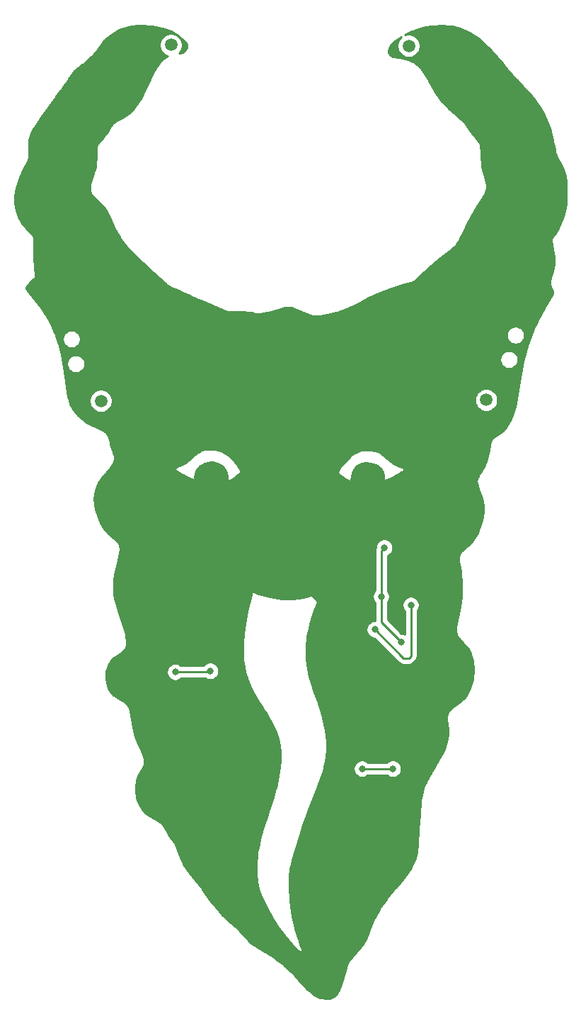
<source format=gbr>
%TF.GenerationSoftware,KiCad,Pcbnew,(5.1.8)-1*%
%TF.CreationDate,2021-11-12T17:25:14-08:00*%
%TF.ProjectId,Krampus,4b72616d-7075-4732-9e6b-696361645f70,rev?*%
%TF.SameCoordinates,Original*%
%TF.FileFunction,Copper,L1,Top*%
%TF.FilePolarity,Positive*%
%FSLAX46Y46*%
G04 Gerber Fmt 4.6, Leading zero omitted, Abs format (unit mm)*
G04 Created by KiCad (PCBNEW (5.1.8)-1) date 2021-11-12 17:25:14*
%MOMM*%
%LPD*%
G01*
G04 APERTURE LIST*
%TA.AperFunction,ComponentPad*%
%ADD10C,1.500000*%
%TD*%
%TA.AperFunction,ViaPad*%
%ADD11C,0.812800*%
%TD*%
%TA.AperFunction,Conductor*%
%ADD12C,0.254000*%
%TD*%
%TA.AperFunction,Conductor*%
%ADD13C,0.100000*%
%TD*%
G04 APERTURE END LIST*
D10*
%TO.P,REF\u002A\u002A,1*%
%TO.N,N/C*%
X94742000Y-76454000D03*
%TD*%
%TO.P,REF\u002A\u002A,1*%
%TO.N,N/C*%
X48641000Y-76581000D03*
%TD*%
%TO.P,REF\u002A\u002A,1*%
%TO.N,N/C*%
X85471000Y-34163000D03*
%TD*%
%TO.P,REF\u002A\u002A,1*%
%TO.N,N/C*%
X57023000Y-34036000D03*
%TD*%
D11*
%TO.N,GND*%
X57531000Y-108966000D03*
X61722000Y-108839000D03*
X83566000Y-120523000D03*
X79883000Y-120523000D03*
%TO.N,+V*%
X66040000Y-134366000D03*
X75565000Y-128524000D03*
X64643000Y-110871000D03*
X87122000Y-110998000D03*
X57912000Y-87122000D03*
X76962000Y-87122000D03*
X49276000Y-73152000D03*
X74168000Y-97790000D03*
X88392000Y-99060000D03*
%TO.N,/RESET*%
X81407000Y-103886000D03*
X85724998Y-100964998D03*
%TO.N,/PB0*%
X84582000Y-105410000D03*
X82550000Y-94107000D03*
X82169000Y-99949000D03*
%TD*%
D12*
%TO.N,GND*%
X61595000Y-108966000D02*
X61722000Y-108839000D01*
X57531000Y-108966000D02*
X61595000Y-108966000D01*
X83566000Y-120523000D02*
X79883000Y-120523000D01*
%TO.N,/RESET*%
X81407000Y-103886000D02*
X84836000Y-107315000D01*
X84836000Y-107315000D02*
X85471000Y-107315000D01*
X85471000Y-107315000D02*
X85724998Y-107061002D01*
X85724998Y-107061002D02*
X85724998Y-100964998D01*
%TO.N,/PB0*%
X82169000Y-102997000D02*
X82169000Y-99949000D01*
X84582000Y-105410000D02*
X82169000Y-102997000D01*
X82169000Y-94488000D02*
X82550000Y-94107000D01*
X82169000Y-99949000D02*
X82169000Y-94488000D01*
%TD*%
%TO.N,+V*%
X53404433Y-31713040D02*
X54700032Y-31812825D01*
X54742611Y-31818860D01*
X55996459Y-32076938D01*
X56065866Y-32095896D01*
X57030676Y-32441796D01*
X57175735Y-32508540D01*
X57775739Y-32855044D01*
X58358519Y-33311436D01*
X58815609Y-33772372D01*
X58869012Y-33847018D01*
X58907239Y-33931367D01*
X58937255Y-34104501D01*
X58938181Y-34134691D01*
X58917778Y-34318854D01*
X58910677Y-34346681D01*
X58837049Y-34526099D01*
X58823273Y-34549778D01*
X58689432Y-34720659D01*
X58672616Y-34737155D01*
X58493643Y-34876358D01*
X58405739Y-34922274D01*
X58129522Y-34988317D01*
X58012908Y-35004777D01*
X58098799Y-34918886D01*
X58250371Y-34692043D01*
X58354775Y-34439989D01*
X58408000Y-34172411D01*
X58408000Y-33899589D01*
X58354775Y-33632011D01*
X58250371Y-33379957D01*
X58098799Y-33153114D01*
X57905886Y-32960201D01*
X57679043Y-32808629D01*
X57426989Y-32704225D01*
X57159411Y-32651000D01*
X56886589Y-32651000D01*
X56619011Y-32704225D01*
X56366957Y-32808629D01*
X56140114Y-32960201D01*
X55947201Y-33153114D01*
X55795629Y-33379957D01*
X55691225Y-33632011D01*
X55638000Y-33899589D01*
X55638000Y-34172411D01*
X55691225Y-34439989D01*
X55795629Y-34692043D01*
X55947201Y-34918886D01*
X56140114Y-35111799D01*
X56366957Y-35263371D01*
X56607086Y-35362835D01*
X56582078Y-35373526D01*
X56499774Y-35418719D01*
X56499063Y-35419316D01*
X56339154Y-35507727D01*
X56318042Y-35522257D01*
X56295398Y-35534271D01*
X56288031Y-35539231D01*
X56180704Y-35612579D01*
X56151909Y-35636697D01*
X56121328Y-35658523D01*
X56114678Y-35664410D01*
X55839653Y-35911314D01*
X55802092Y-35952328D01*
X55763713Y-35992554D01*
X55758287Y-35999586D01*
X55416090Y-36449541D01*
X55407636Y-36463255D01*
X55389954Y-36486575D01*
X55366977Y-36524561D01*
X54966745Y-37241589D01*
X54956900Y-37257725D01*
X54290692Y-38638031D01*
X53383727Y-40421618D01*
X52783973Y-41356035D01*
X52663346Y-41512804D01*
X52090971Y-42114715D01*
X51943010Y-42238185D01*
X51235175Y-42706636D01*
X51029214Y-42812662D01*
X50520930Y-43073348D01*
X50510217Y-43080246D01*
X50487216Y-43093230D01*
X50460968Y-43111640D01*
X50433099Y-43127483D01*
X50425879Y-43132655D01*
X50216987Y-43284522D01*
X50187777Y-43310472D01*
X50156742Y-43334250D01*
X50150295Y-43340359D01*
X50092694Y-43395710D01*
X50067287Y-43425415D01*
X50039795Y-43453196D01*
X50034242Y-43460127D01*
X49941435Y-43577645D01*
X49931843Y-43586523D01*
X49876703Y-43662523D01*
X49646839Y-44055302D01*
X49494252Y-44313854D01*
X49285918Y-44617611D01*
X49053889Y-44924592D01*
X48835719Y-45181443D01*
X48326708Y-45740999D01*
X48324677Y-45742525D01*
X48284620Y-45787267D01*
X48265243Y-45808568D01*
X48263731Y-45810599D01*
X48241106Y-45835870D01*
X48226417Y-45860720D01*
X48209172Y-45883883D01*
X48194612Y-45914524D01*
X48177351Y-45943724D01*
X48167789Y-45970971D01*
X48155399Y-45997045D01*
X48147098Y-46029929D01*
X48135863Y-46061944D01*
X48131801Y-46090532D01*
X48124735Y-46118523D01*
X48123009Y-46152402D01*
X48122653Y-46154905D01*
X48121418Y-46183623D01*
X48118359Y-46243649D01*
X48118728Y-46246165D01*
X48066337Y-47464142D01*
X48023411Y-48180719D01*
X47965830Y-48631328D01*
X47866642Y-49051968D01*
X47680915Y-49636917D01*
X47680702Y-49637416D01*
X47671536Y-49666457D01*
X47662172Y-49695949D01*
X47662058Y-49696488D01*
X47347828Y-50692073D01*
X47345040Y-50705310D01*
X47339182Y-50727050D01*
X47334275Y-50756429D01*
X47333181Y-50761624D01*
X47325447Y-50790907D01*
X47324089Y-50799684D01*
X47293889Y-51004316D01*
X47291078Y-51061887D01*
X47287463Y-51119429D01*
X47287836Y-51128302D01*
X47297958Y-51334903D01*
X47306355Y-51391737D01*
X47313966Y-51448877D01*
X47316053Y-51457510D01*
X47348430Y-51587494D01*
X47367719Y-51641702D01*
X47386239Y-51696202D01*
X47389960Y-51704266D01*
X47447111Y-51825888D01*
X47476606Y-51875428D01*
X47505401Y-51925363D01*
X47510611Y-51932542D01*
X47510615Y-51932548D01*
X47510618Y-51932551D01*
X47590304Y-52040755D01*
X47594601Y-52045532D01*
X47654313Y-52114942D01*
X48153943Y-52611010D01*
X48157328Y-52614970D01*
X48762986Y-53196900D01*
X49163371Y-53675388D01*
X49474355Y-54176320D01*
X49769789Y-54819595D01*
X50298259Y-56019126D01*
X50313439Y-56046064D01*
X50313446Y-56046079D01*
X50845534Y-56991413D01*
X50866654Y-57023720D01*
X50884035Y-57051628D01*
X50887960Y-57057008D01*
X51486339Y-57868183D01*
X51486930Y-57869428D01*
X51542994Y-57944748D01*
X52386447Y-58872128D01*
X52398063Y-58886009D01*
X52407424Y-58895192D01*
X52416273Y-58904922D01*
X52429742Y-58917087D01*
X53601873Y-60066989D01*
X53607837Y-60073720D01*
X53624146Y-60088840D01*
X53640046Y-60104438D01*
X53647063Y-60110085D01*
X54991933Y-61356872D01*
X54995925Y-61361213D01*
X55014799Y-61378071D01*
X55033416Y-61395330D01*
X55038128Y-61398908D01*
X56355011Y-62575113D01*
X56363836Y-62581559D01*
X56442455Y-62647072D01*
X56471732Y-62666972D01*
X56499231Y-62689263D01*
X56506677Y-62694104D01*
X56828249Y-62899987D01*
X56835030Y-62906145D01*
X56915521Y-62954492D01*
X57216527Y-63097205D01*
X57225013Y-63101955D01*
X57244719Y-63110571D01*
X57264185Y-63119800D01*
X57273353Y-63123090D01*
X58170974Y-63515545D01*
X58172075Y-63516156D01*
X58199563Y-63528045D01*
X58227069Y-63540071D01*
X58228270Y-63540461D01*
X59299059Y-64003591D01*
X59300223Y-64004230D01*
X59327653Y-64015958D01*
X59355185Y-64027866D01*
X59356456Y-64028273D01*
X60555089Y-64540764D01*
X60555585Y-64541036D01*
X60584076Y-64553159D01*
X60612031Y-64565111D01*
X60612561Y-64565278D01*
X63753595Y-65901738D01*
X63785026Y-65918395D01*
X63841007Y-65935160D01*
X63896813Y-65952674D01*
X63901006Y-65953128D01*
X63905048Y-65954338D01*
X63963275Y-65959863D01*
X64021375Y-65966148D01*
X64056813Y-65963000D01*
X65272915Y-65958667D01*
X65760554Y-65964979D01*
X66220113Y-65987159D01*
X66580054Y-66017602D01*
X66717832Y-66045457D01*
X66764543Y-66059346D01*
X66795679Y-66065376D01*
X66826097Y-66074357D01*
X66834831Y-66075968D01*
X67246152Y-66148863D01*
X67273148Y-66150964D01*
X67299761Y-66156029D01*
X67308612Y-66156769D01*
X67314805Y-66157243D01*
X67341836Y-66156666D01*
X67368759Y-66159074D01*
X67377639Y-66158936D01*
X67879858Y-66147640D01*
X67918850Y-66142929D01*
X67969562Y-66139240D01*
X67985953Y-66136302D01*
X68620536Y-66013969D01*
X68649854Y-66008434D01*
X69575974Y-65737319D01*
X70632687Y-65441537D01*
X71003365Y-65389606D01*
X71141473Y-65390614D01*
X71480856Y-65443215D01*
X71638614Y-65493030D01*
X72608620Y-65904131D01*
X73465570Y-66278447D01*
X73485054Y-66284767D01*
X73606098Y-66328601D01*
X73642615Y-66337914D01*
X73678295Y-66350004D01*
X73686958Y-66351960D01*
X74070432Y-66435708D01*
X74108806Y-66440229D01*
X74146737Y-66447574D01*
X74155585Y-66448342D01*
X74301868Y-66460006D01*
X74340505Y-66459304D01*
X74379080Y-66461459D01*
X74387950Y-66461025D01*
X74714701Y-66442745D01*
X74724748Y-66443844D01*
X74818284Y-66435646D01*
X75700560Y-66269994D01*
X75717766Y-66267534D01*
X75731254Y-66264231D01*
X75744893Y-66261670D01*
X75761570Y-66256806D01*
X76825781Y-65996181D01*
X76845028Y-65992206D01*
X76856132Y-65988748D01*
X76867408Y-65985987D01*
X76885917Y-65979474D01*
X77794734Y-65696492D01*
X77819280Y-65686113D01*
X78587925Y-65373964D01*
X78612436Y-65362088D01*
X78635111Y-65352522D01*
X78641041Y-65349491D01*
X79345743Y-64984639D01*
X79350133Y-64982811D01*
X80706087Y-64254837D01*
X82053367Y-63640289D01*
X83389880Y-63134434D01*
X84680539Y-62752592D01*
X85710684Y-62492818D01*
X85767538Y-62479262D01*
X85799821Y-62464441D01*
X85833261Y-62452416D01*
X85856623Y-62438363D01*
X85881399Y-62426988D01*
X85910178Y-62406147D01*
X85940622Y-62387834D01*
X85983885Y-62348498D01*
X87170917Y-61296992D01*
X88144907Y-60453096D01*
X89250254Y-59531307D01*
X90262687Y-58711179D01*
X90759038Y-58351358D01*
X90768143Y-58343639D01*
X90775544Y-58338979D01*
X90782524Y-58333487D01*
X90866773Y-58266236D01*
X90907174Y-58226950D01*
X90948271Y-58188407D01*
X90954078Y-58181688D01*
X90993882Y-58134980D01*
X91002636Y-58127538D01*
X91060936Y-58053935D01*
X91290061Y-57697826D01*
X91302177Y-57680220D01*
X91306954Y-57671571D01*
X91312299Y-57663263D01*
X91322048Y-57644239D01*
X91574202Y-57187656D01*
X91581639Y-57175760D01*
X91589296Y-57160326D01*
X91597625Y-57145244D01*
X91603171Y-57132357D01*
X91921071Y-56491557D01*
X92463099Y-55406512D01*
X93026797Y-54364731D01*
X93624161Y-53343909D01*
X94285326Y-52294752D01*
X94289960Y-52285495D01*
X94622939Y-51716923D01*
X94631609Y-51699230D01*
X94638829Y-51688108D01*
X94642859Y-51680194D01*
X94657303Y-51651338D01*
X94668796Y-51621383D01*
X94683069Y-51592648D01*
X94686167Y-51584325D01*
X94749380Y-51410781D01*
X94763734Y-51354932D01*
X94778857Y-51299325D01*
X94780279Y-51290558D01*
X94780280Y-51290555D01*
X94780280Y-51290550D01*
X94808581Y-51108041D01*
X94811171Y-51061922D01*
X94816070Y-51015978D01*
X94816083Y-51007097D01*
X94815128Y-50832640D01*
X94810369Y-50786697D01*
X94807918Y-50740559D01*
X94806522Y-50731788D01*
X94770367Y-50514369D01*
X94770442Y-50507990D01*
X94753201Y-50415691D01*
X94474557Y-49456946D01*
X94350066Y-49006614D01*
X94268442Y-48596084D01*
X94213316Y-48139244D01*
X94176248Y-47554860D01*
X94155133Y-47120600D01*
X94155286Y-47116415D01*
X94153616Y-47089394D01*
X94152302Y-47062368D01*
X94151690Y-47058228D01*
X94128459Y-46682337D01*
X94128557Y-46678153D01*
X94126530Y-46651126D01*
X94124863Y-46624145D01*
X94124197Y-46620018D01*
X94096892Y-46255898D01*
X94093283Y-46235246D01*
X94073901Y-46098525D01*
X94063620Y-46056248D01*
X94055837Y-46013458D01*
X94053343Y-46004934D01*
X94034274Y-45941409D01*
X94013262Y-45890198D01*
X93993316Y-45838502D01*
X93989270Y-45830596D01*
X93981345Y-45815371D01*
X93978830Y-45807503D01*
X93933344Y-45725361D01*
X93760849Y-45475315D01*
X93751454Y-45460369D01*
X93743117Y-45449612D01*
X93735392Y-45438414D01*
X93723996Y-45424941D01*
X93530954Y-45175865D01*
X93521223Y-45162066D01*
X93511846Y-45151210D01*
X93503042Y-45139850D01*
X93491419Y-45127559D01*
X93261440Y-44861296D01*
X93017698Y-44577289D01*
X92782074Y-44273453D01*
X92587117Y-43996904D01*
X92463666Y-43786237D01*
X92462912Y-43785198D01*
X92462371Y-43784038D01*
X92457797Y-43776425D01*
X92301185Y-43519858D01*
X92276006Y-43486444D01*
X92253030Y-43451516D01*
X92247401Y-43444647D01*
X92043782Y-43199708D01*
X92019350Y-43175562D01*
X91997119Y-43149369D01*
X91990695Y-43143236D01*
X91724725Y-42892802D01*
X91705257Y-42873989D01*
X91330585Y-42577084D01*
X90316152Y-41724674D01*
X90315737Y-41724279D01*
X89462186Y-40806195D01*
X89444337Y-40784333D01*
X88681047Y-39721884D01*
X88663333Y-39693725D01*
X87916936Y-38365240D01*
X87877108Y-38287028D01*
X87866755Y-38269721D01*
X87857686Y-38251703D01*
X87854264Y-38245990D01*
X87240975Y-37234069D01*
X87212253Y-37193230D01*
X87203303Y-37178712D01*
X87197877Y-37171680D01*
X86983303Y-36897563D01*
X86953677Y-36866511D01*
X86925984Y-36833726D01*
X86919575Y-36827577D01*
X86437567Y-36371568D01*
X86398511Y-36341259D01*
X86360670Y-36309399D01*
X86353316Y-36304421D01*
X86026209Y-36086304D01*
X85982577Y-36063011D01*
X85939923Y-36038007D01*
X85931834Y-36034341D01*
X85443529Y-35817148D01*
X85410715Y-35806245D01*
X85378971Y-35792540D01*
X85370494Y-35789891D01*
X85169427Y-35728602D01*
X85135518Y-35721794D01*
X85102339Y-35712076D01*
X85093601Y-35710484D01*
X84282257Y-35568517D01*
X84279928Y-35568341D01*
X84277515Y-35567706D01*
X84261057Y-35565175D01*
X83711421Y-35488012D01*
X83492987Y-35420154D01*
X83447039Y-35398467D01*
X83331576Y-35322698D01*
X83284189Y-35278578D01*
X83150914Y-35104034D01*
X83132717Y-35071983D01*
X83073258Y-34923389D01*
X83062371Y-34876042D01*
X83049075Y-34690138D01*
X83051819Y-34651716D01*
X83096311Y-34446973D01*
X83108562Y-34413622D01*
X83221483Y-34201964D01*
X83235231Y-34182696D01*
X83656974Y-33729387D01*
X83804379Y-33608534D01*
X84576402Y-33098913D01*
X84395201Y-33280114D01*
X84243629Y-33506957D01*
X84139225Y-33759011D01*
X84086000Y-34026589D01*
X84086000Y-34299411D01*
X84139225Y-34566989D01*
X84243629Y-34819043D01*
X84395201Y-35045886D01*
X84588114Y-35238799D01*
X84814957Y-35390371D01*
X85067011Y-35494775D01*
X85334589Y-35548000D01*
X85607411Y-35548000D01*
X85874989Y-35494775D01*
X86127043Y-35390371D01*
X86353886Y-35238799D01*
X86546799Y-35045886D01*
X86698371Y-34819043D01*
X86802775Y-34566989D01*
X86856000Y-34299411D01*
X86856000Y-34026589D01*
X86802775Y-33759011D01*
X86698371Y-33506957D01*
X86546799Y-33280114D01*
X86353886Y-33087201D01*
X86127043Y-32935629D01*
X85874989Y-32831225D01*
X85607411Y-32778000D01*
X85334589Y-32778000D01*
X85067011Y-32831225D01*
X85037696Y-32843368D01*
X85884585Y-32430751D01*
X85891403Y-32427949D01*
X87087956Y-32021254D01*
X87111798Y-32014785D01*
X87662332Y-31882809D01*
X88097329Y-31812766D01*
X88598540Y-31777346D01*
X89374847Y-31764646D01*
X90229139Y-31771813D01*
X90646418Y-31804841D01*
X91004280Y-31881736D01*
X91577572Y-32063800D01*
X92558674Y-32478526D01*
X92861103Y-32641660D01*
X93842588Y-33289366D01*
X94091916Y-33485289D01*
X95091137Y-34399277D01*
X95336926Y-34658812D01*
X96579903Y-36127966D01*
X96660252Y-36231801D01*
X96663581Y-36236888D01*
X97132077Y-36819019D01*
X97138415Y-36828009D01*
X97151644Y-36843332D01*
X97164349Y-36859118D01*
X97172060Y-36866979D01*
X97740053Y-37524853D01*
X97744570Y-37530946D01*
X97760425Y-37548449D01*
X97775913Y-37566387D01*
X97781428Y-37571633D01*
X98378572Y-38230813D01*
X98384523Y-38238354D01*
X98399503Y-38253919D01*
X98414052Y-38269979D01*
X98421190Y-38276452D01*
X98960985Y-38837311D01*
X100116736Y-40105114D01*
X100478072Y-40554043D01*
X101241848Y-41658825D01*
X101570662Y-42234521D01*
X102110491Y-43407713D01*
X102328982Y-44021118D01*
X102710328Y-45454084D01*
X102822003Y-46045757D01*
X102822005Y-46045781D01*
X102826394Y-46069024D01*
X102827790Y-46076418D01*
X102827793Y-46076432D01*
X102945699Y-46700770D01*
X102952810Y-46725057D01*
X103065781Y-47139350D01*
X103077960Y-47171323D01*
X103087276Y-47204219D01*
X103090576Y-47212465D01*
X103220798Y-47531378D01*
X103220800Y-47531387D01*
X103241185Y-47581306D01*
X103243434Y-47586811D01*
X103256298Y-47618313D01*
X103503239Y-48085923D01*
X103940218Y-48953979D01*
X104178646Y-49669868D01*
X104301419Y-50488568D01*
X104341125Y-51677503D01*
X104331645Y-52525861D01*
X104300989Y-53041937D01*
X104241386Y-53438175D01*
X104132994Y-53878768D01*
X103852894Y-54767123D01*
X103559996Y-55533725D01*
X103278249Y-56132900D01*
X103021227Y-56533415D01*
X102687341Y-56961972D01*
X102657866Y-56995721D01*
X102633338Y-57038408D01*
X102607024Y-57080037D01*
X102602172Y-57092646D01*
X102595445Y-57104353D01*
X102579715Y-57151006D01*
X102562029Y-57196967D01*
X102559731Y-57210275D01*
X102555415Y-57223076D01*
X102549086Y-57271928D01*
X102540711Y-57320429D01*
X102541053Y-57333924D01*
X102539317Y-57347325D01*
X102542639Y-57396469D01*
X102543887Y-57445676D01*
X102553739Y-57489382D01*
X102722558Y-58498988D01*
X102825155Y-59357071D01*
X102834848Y-60123889D01*
X102759324Y-60790138D01*
X102594719Y-61380670D01*
X102444415Y-61843036D01*
X102439115Y-61866162D01*
X102432243Y-61885424D01*
X102430150Y-61894055D01*
X102409445Y-61982092D01*
X102404525Y-62018794D01*
X102396722Y-62054996D01*
X102395768Y-62063826D01*
X102368611Y-62332852D01*
X102368485Y-62376712D01*
X102365839Y-62420488D01*
X102366232Y-62429361D01*
X102372246Y-62546442D01*
X102378759Y-62589812D01*
X102382768Y-62633485D01*
X102384500Y-62642195D01*
X102427137Y-62849084D01*
X102443476Y-62901722D01*
X102458659Y-62954715D01*
X102461984Y-62962950D01*
X102610370Y-63323188D01*
X102674984Y-63483676D01*
X102691364Y-63563353D01*
X102693211Y-63644390D01*
X102679754Y-63721540D01*
X102543489Y-64063097D01*
X102521245Y-64103989D01*
X102032959Y-64907611D01*
X101700009Y-65441668D01*
X101690782Y-65458016D01*
X101681079Y-65474130D01*
X100827356Y-67042876D01*
X100826744Y-67044128D01*
X100826059Y-67045272D01*
X100810094Y-67077001D01*
X100540466Y-67652339D01*
X100539729Y-67654118D01*
X100538849Y-67655818D01*
X100524877Y-67688473D01*
X99882951Y-69312761D01*
X99881127Y-69318069D01*
X99878717Y-69323774D01*
X99869911Y-69348918D01*
X99660395Y-69989889D01*
X99659099Y-69994499D01*
X99657487Y-69999017D01*
X99650127Y-70024621D01*
X99171510Y-71831245D01*
X99164551Y-71855686D01*
X98642197Y-74739358D01*
X98640164Y-74747263D01*
X98636625Y-74770119D01*
X98632512Y-74792827D01*
X98631853Y-74800945D01*
X98405649Y-76261989D01*
X98199387Y-77288367D01*
X97982108Y-78058906D01*
X97719918Y-78718583D01*
X97401669Y-79323453D01*
X97088243Y-79773818D01*
X96737027Y-80137534D01*
X96272119Y-80493402D01*
X96035424Y-80654971D01*
X96027485Y-80659619D01*
X96009632Y-80672576D01*
X95991413Y-80685013D01*
X95984361Y-80690919D01*
X95782017Y-80837779D01*
X95774344Y-80842569D01*
X95756734Y-80856130D01*
X95738763Y-80869173D01*
X95732004Y-80875173D01*
X95530420Y-81030404D01*
X95509928Y-81049662D01*
X95484295Y-81073297D01*
X95481785Y-81076112D01*
X95461999Y-81094707D01*
X95449378Y-81112384D01*
X95415038Y-81148297D01*
X95409605Y-81155323D01*
X95380491Y-81193517D01*
X95354866Y-81234980D01*
X95327487Y-81275383D01*
X95323301Y-81283216D01*
X95306418Y-81315342D01*
X95288052Y-81360521D01*
X95267984Y-81404495D01*
X95266221Y-81407697D01*
X95237858Y-81497206D01*
X95181665Y-81762552D01*
X95179466Y-81770138D01*
X95175194Y-81793104D01*
X95170355Y-81815955D01*
X95169484Y-81823804D01*
X95120341Y-82088012D01*
X95118275Y-82095887D01*
X95114632Y-82118701D01*
X95110404Y-82141433D01*
X95109706Y-82149551D01*
X95059723Y-82462587D01*
X94915492Y-83207988D01*
X94728769Y-83817981D01*
X94478363Y-84371770D01*
X94125585Y-84953508D01*
X93963294Y-85207206D01*
X93951099Y-85225057D01*
X93946473Y-85233501D01*
X93941284Y-85241613D01*
X93931470Y-85260889D01*
X93795187Y-85509665D01*
X93783691Y-85529394D01*
X93780185Y-85537050D01*
X93776140Y-85544434D01*
X93767186Y-85565437D01*
X93652341Y-85816227D01*
X93621804Y-85905017D01*
X93620265Y-85916357D01*
X93614961Y-85933924D01*
X93603772Y-85990428D01*
X93591776Y-86046868D01*
X93590848Y-86055701D01*
X93584321Y-86122273D01*
X93584321Y-86160290D01*
X93581437Y-86198193D01*
X93581692Y-86207070D01*
X93582974Y-86242912D01*
X93588035Y-86280597D01*
X93590222Y-86318554D01*
X93591657Y-86327319D01*
X93599009Y-86370339D01*
X93599001Y-86378726D01*
X93617234Y-86470834D01*
X93691463Y-86716349D01*
X93695739Y-86733113D01*
X93700502Y-86746246D01*
X93704541Y-86759605D01*
X93711142Y-86775583D01*
X93797257Y-87013028D01*
X93802256Y-87029045D01*
X93807893Y-87042353D01*
X93812829Y-87055963D01*
X93820079Y-87071123D01*
X93923641Y-87315615D01*
X94165633Y-87944992D01*
X94311172Y-88536799D01*
X94376530Y-89146178D01*
X94365280Y-89799644D01*
X94213312Y-90846948D01*
X94149437Y-91114245D01*
X93830744Y-92046505D01*
X93705828Y-92319274D01*
X93233090Y-93115822D01*
X93078913Y-93321805D01*
X92564192Y-93858733D01*
X92296820Y-94069339D01*
X92288981Y-94076824D01*
X92280342Y-94082771D01*
X92273593Y-94088544D01*
X91861707Y-94445862D01*
X91832283Y-94476914D01*
X91800998Y-94506144D01*
X91795178Y-94512853D01*
X91738749Y-94578818D01*
X91713117Y-94615499D01*
X91685519Y-94650722D01*
X91680802Y-94658247D01*
X91602702Y-94784804D01*
X91577353Y-94836596D01*
X91551299Y-94887996D01*
X91548133Y-94896294D01*
X91496101Y-95035610D01*
X91488946Y-95062539D01*
X91478933Y-95088534D01*
X91476624Y-95097110D01*
X91474568Y-95104966D01*
X91470177Y-95132484D01*
X91462848Y-95159364D01*
X91461420Y-95168130D01*
X91428782Y-95377708D01*
X91425513Y-95435250D01*
X91421439Y-95492769D01*
X91421741Y-95501645D01*
X91430433Y-95713572D01*
X91432689Y-95729730D01*
X91433997Y-95759597D01*
X91440566Y-95803504D01*
X91570041Y-96501547D01*
X91570373Y-96504995D01*
X91672266Y-97022832D01*
X91731161Y-97489394D01*
X91764467Y-98034591D01*
X91776141Y-98741645D01*
X91753041Y-99783601D01*
X91679859Y-100666977D01*
X91537092Y-101588639D01*
X91297502Y-102736907D01*
X91296230Y-102741171D01*
X91291130Y-102767445D01*
X91285650Y-102793709D01*
X91285171Y-102798144D01*
X91119832Y-103649946D01*
X91111061Y-103743429D01*
X91112068Y-103753188D01*
X91101590Y-103922687D01*
X91103666Y-103980329D01*
X91104935Y-104037928D01*
X91106057Y-104046738D01*
X91135558Y-104266013D01*
X91144980Y-104305988D01*
X91151729Y-104346484D01*
X91154097Y-104355044D01*
X91174984Y-104428555D01*
X91190007Y-104466767D01*
X91202464Y-104505895D01*
X91206028Y-104514029D01*
X91273075Y-104664192D01*
X91301622Y-104714321D01*
X91329428Y-104764774D01*
X91334504Y-104772062D01*
X91429441Y-104906342D01*
X91447878Y-104927656D01*
X91482241Y-104971452D01*
X91492942Y-104982722D01*
X91951217Y-105453689D01*
X92471696Y-106032257D01*
X92514351Y-106092320D01*
X92869591Y-106738810D01*
X92901834Y-106818220D01*
X93117748Y-107583302D01*
X93134070Y-107680571D01*
X93208879Y-108677524D01*
X93208704Y-108711217D01*
X93121746Y-109749764D01*
X93057572Y-110095409D01*
X92812300Y-110900201D01*
X92650366Y-111258527D01*
X92249380Y-111898027D01*
X92017270Y-112173190D01*
X91517933Y-112614052D01*
X91160390Y-112840362D01*
X90971928Y-112955523D01*
X90949317Y-112968864D01*
X90730905Y-113128518D01*
X90711245Y-113142210D01*
X90705705Y-113146938D01*
X90699820Y-113151240D01*
X90681944Y-113167218D01*
X90490594Y-113330529D01*
X90425492Y-113398191D01*
X90419902Y-113406918D01*
X90342596Y-113492645D01*
X90326263Y-113514763D01*
X90307615Y-113534976D01*
X90302308Y-113542097D01*
X90292488Y-113555468D01*
X90277597Y-113580553D01*
X90260186Y-113603959D01*
X90255659Y-113611600D01*
X90151993Y-113789402D01*
X90129554Y-113838314D01*
X90105854Y-113886607D01*
X90102796Y-113894945D01*
X90073668Y-113976120D01*
X90060523Y-114028302D01*
X90046022Y-114080116D01*
X90044536Y-114088872D01*
X90028741Y-114186026D01*
X90025212Y-114241584D01*
X90020561Y-114297063D01*
X90020749Y-114305943D01*
X90026231Y-114501196D01*
X90026029Y-114502411D01*
X90029025Y-114596258D01*
X90106767Y-115190509D01*
X90172568Y-115859863D01*
X90165520Y-116392631D01*
X90085141Y-116926048D01*
X89913066Y-117579431D01*
X89714342Y-118143251D01*
X89471208Y-118683751D01*
X89098168Y-119375375D01*
X88452404Y-120472543D01*
X88137898Y-121006354D01*
X88135033Y-121010410D01*
X88122058Y-121033240D01*
X88108704Y-121055905D01*
X88106611Y-121060417D01*
X87817344Y-121569376D01*
X87814547Y-121573470D01*
X87801926Y-121596504D01*
X87788924Y-121619381D01*
X87786904Y-121623920D01*
X87542558Y-122069871D01*
X87535586Y-122081039D01*
X87527560Y-122097243D01*
X87518865Y-122113112D01*
X87513697Y-122125232D01*
X87363130Y-122429217D01*
X87357907Y-122443022D01*
X87329049Y-122508788D01*
X87319512Y-122537980D01*
X87307140Y-122566080D01*
X87304430Y-122574537D01*
X87117146Y-123173484D01*
X87111804Y-123184213D01*
X87087153Y-123274814D01*
X86898171Y-124392623D01*
X86893915Y-124413890D01*
X86892966Y-124423407D01*
X86891372Y-124432838D01*
X86889870Y-124454478D01*
X86748643Y-125871434D01*
X86746472Y-125885536D01*
X86745545Y-125902511D01*
X86743860Y-125919418D01*
X86743843Y-125933678D01*
X86644823Y-127747138D01*
X86644775Y-127747453D01*
X86643131Y-127778123D01*
X86641434Y-127809208D01*
X86641448Y-127809531D01*
X86553115Y-129457771D01*
X86434965Y-130444203D01*
X86250923Y-131171094D01*
X85943553Y-131925058D01*
X85643511Y-132476676D01*
X85271460Y-133032943D01*
X84742647Y-133708604D01*
X83947055Y-134638796D01*
X83943322Y-134642500D01*
X83926712Y-134662580D01*
X83909845Y-134682301D01*
X83906847Y-134686595D01*
X82773143Y-136057171D01*
X82758225Y-136079311D01*
X81958437Y-137230654D01*
X81950381Y-137243756D01*
X81942474Y-137254789D01*
X81938956Y-137260444D01*
X81937016Y-137263600D01*
X81929531Y-137277602D01*
X81921078Y-137291040D01*
X81917908Y-137296897D01*
X81320935Y-138413973D01*
X81320556Y-138414437D01*
X81276454Y-138497330D01*
X80690787Y-139918969D01*
X80688620Y-139923193D01*
X80678896Y-139947832D01*
X80668796Y-139972350D01*
X80667425Y-139976900D01*
X80312249Y-140876912D01*
X80022943Y-141445561D01*
X79696740Y-141899865D01*
X79190161Y-142441463D01*
X78617188Y-143049475D01*
X78606500Y-143063316D01*
X78575008Y-143100648D01*
X78557781Y-143125667D01*
X78538139Y-143148843D01*
X78533137Y-143156181D01*
X78241681Y-143590221D01*
X78228246Y-143615192D01*
X78212226Y-143638609D01*
X78208005Y-143646423D01*
X78193382Y-143673952D01*
X78182589Y-143700169D01*
X78169071Y-143725092D01*
X78165676Y-143733299D01*
X77969386Y-144217334D01*
X77963638Y-144226769D01*
X77931372Y-144314947D01*
X77703791Y-145196615D01*
X77411512Y-146298197D01*
X77119410Y-146996621D01*
X76862685Y-147374733D01*
X76798643Y-147446839D01*
X76493153Y-147711972D01*
X76375012Y-147788406D01*
X76164658Y-147898182D01*
X76025345Y-147946684D01*
X75857547Y-147972452D01*
X75574595Y-147980943D01*
X75078483Y-147929665D01*
X74856279Y-147871793D01*
X74316763Y-147639497D01*
X74156780Y-147542932D01*
X73460201Y-146995077D01*
X73350117Y-146888498D01*
X72305169Y-145745248D01*
X71429720Y-144780985D01*
X71408380Y-144761676D01*
X70549778Y-143973054D01*
X70530698Y-143957483D01*
X70508329Y-143938119D01*
X70501262Y-143932739D01*
X69528992Y-143203198D01*
X69509568Y-143187993D01*
X68290552Y-142413485D01*
X68286660Y-142410533D01*
X68264160Y-142396717D01*
X68241926Y-142382590D01*
X68237576Y-142380392D01*
X67265618Y-141783545D01*
X66667324Y-141364054D01*
X66249847Y-140995685D01*
X65846557Y-140539296D01*
X65622111Y-140279572D01*
X65610179Y-140264652D01*
X65195555Y-139839405D01*
X65190574Y-139833478D01*
X65173725Y-139817016D01*
X65157324Y-139800195D01*
X65151417Y-139795221D01*
X64704707Y-139358776D01*
X64699529Y-139352912D01*
X64682323Y-139336907D01*
X64665586Y-139320554D01*
X64659507Y-139315682D01*
X64186719Y-138875879D01*
X63195399Y-137941072D01*
X62460058Y-137166246D01*
X61817934Y-136378556D01*
X61121553Y-135402179D01*
X60789460Y-134929146D01*
X60784513Y-134920967D01*
X60771501Y-134903566D01*
X60759040Y-134885817D01*
X60752819Y-134878583D01*
X60365793Y-134361022D01*
X60361684Y-134354581D01*
X60347059Y-134335970D01*
X60332933Y-134317079D01*
X60327798Y-134311458D01*
X59939175Y-133816901D01*
X59932820Y-133807672D01*
X59919872Y-133792336D01*
X59907485Y-133776573D01*
X59899739Y-133768492D01*
X59569639Y-133377525D01*
X59001489Y-132674927D01*
X58582859Y-132027224D01*
X58246633Y-131331573D01*
X57939465Y-130475671D01*
X57771076Y-129982315D01*
X57759685Y-129957285D01*
X57604941Y-129606627D01*
X57587569Y-129575811D01*
X57572855Y-129543647D01*
X57568337Y-129536001D01*
X57387049Y-129234074D01*
X57367263Y-129207415D01*
X57349982Y-129179060D01*
X57344593Y-129172001D01*
X57126344Y-128890237D01*
X57124397Y-128887214D01*
X56919241Y-128628456D01*
X56716868Y-128337487D01*
X56523907Y-128031726D01*
X56370011Y-127753443D01*
X56129140Y-127315439D01*
X56115415Y-127295419D01*
X56072222Y-127229355D01*
X56046940Y-127197885D01*
X56023871Y-127164756D01*
X56018062Y-127158038D01*
X55890017Y-127012036D01*
X55863558Y-126987234D01*
X55839211Y-126960366D01*
X55832592Y-126954444D01*
X55780807Y-126908761D01*
X55751406Y-126887543D01*
X55723829Y-126864000D01*
X55716508Y-126858972D01*
X55577293Y-126764762D01*
X55571789Y-126759452D01*
X55492793Y-126708699D01*
X55000821Y-126456997D01*
X54394925Y-126119046D01*
X53937855Y-125770441D01*
X53579672Y-125384526D01*
X53294918Y-124942578D01*
X53019072Y-124271408D01*
X52937771Y-123948704D01*
X52832380Y-123063414D01*
X52830439Y-122749896D01*
X52926175Y-121886818D01*
X52987960Y-121619080D01*
X53139965Y-121210547D01*
X53379433Y-120821435D01*
X53379787Y-120821006D01*
X53384692Y-120813602D01*
X53695411Y-120337367D01*
X53713908Y-120301869D01*
X53734824Y-120267751D01*
X53738649Y-120259736D01*
X53777793Y-120176217D01*
X53793728Y-120131245D01*
X53811677Y-120087068D01*
X53814142Y-120078536D01*
X53850924Y-119947783D01*
X53861043Y-119891042D01*
X53871958Y-119834427D01*
X53872718Y-119825578D01*
X53883403Y-119690170D01*
X53882344Y-119634402D01*
X53882396Y-119578659D01*
X53881476Y-119569825D01*
X53859034Y-119368056D01*
X53847492Y-119313504D01*
X53837039Y-119258736D01*
X53834472Y-119250234D01*
X53786413Y-119095027D01*
X53785238Y-119086163D01*
X53754973Y-118997279D01*
X53394430Y-118203520D01*
X53001079Y-117313354D01*
X52692871Y-116432964D01*
X52461392Y-115544056D01*
X52302841Y-114626945D01*
X52156667Y-113673883D01*
X52150063Y-113648057D01*
X52109561Y-113479758D01*
X52094508Y-113436363D01*
X52081694Y-113392282D01*
X52078337Y-113384060D01*
X51968525Y-113120364D01*
X51950760Y-113087243D01*
X51935616Y-113052869D01*
X51931205Y-113045160D01*
X51901682Y-112994387D01*
X51879714Y-112963901D01*
X51860168Y-112931811D01*
X51854780Y-112924751D01*
X51752641Y-112792814D01*
X51713059Y-112750878D01*
X51674093Y-112708421D01*
X51667437Y-112702541D01*
X51541616Y-112592956D01*
X51501087Y-112564095D01*
X51461690Y-112533667D01*
X51454132Y-112529003D01*
X50955951Y-112226334D01*
X50176866Y-111743154D01*
X50130267Y-111707896D01*
X49827715Y-111422613D01*
X49670378Y-111213692D01*
X49491819Y-110867488D01*
X49411522Y-110612938D01*
X49284781Y-109763070D01*
X49280629Y-109684380D01*
X49269218Y-109186367D01*
X49285247Y-108891517D01*
X49290538Y-108863431D01*
X56489600Y-108863431D01*
X56489600Y-109068569D01*
X56529620Y-109269765D01*
X56608123Y-109459288D01*
X56722092Y-109629854D01*
X56867146Y-109774908D01*
X57037712Y-109888877D01*
X57227235Y-109967380D01*
X57428431Y-110007400D01*
X57633569Y-110007400D01*
X57834765Y-109967380D01*
X58024288Y-109888877D01*
X58194854Y-109774908D01*
X58241762Y-109728000D01*
X61178012Y-109728000D01*
X61228712Y-109761877D01*
X61418235Y-109840380D01*
X61619431Y-109880400D01*
X61824569Y-109880400D01*
X62025765Y-109840380D01*
X62215288Y-109761877D01*
X62385854Y-109647908D01*
X62530908Y-109502854D01*
X62644877Y-109332288D01*
X62723380Y-109142765D01*
X62763400Y-108941569D01*
X62763400Y-108736431D01*
X62723380Y-108535235D01*
X62644877Y-108345712D01*
X62530908Y-108175146D01*
X62385854Y-108030092D01*
X62215288Y-107916123D01*
X62025765Y-107837620D01*
X61824569Y-107797600D01*
X61619431Y-107797600D01*
X61418235Y-107837620D01*
X61228712Y-107916123D01*
X61058146Y-108030092D01*
X60913092Y-108175146D01*
X60893812Y-108204000D01*
X58241762Y-108204000D01*
X58194854Y-108157092D01*
X58024288Y-108043123D01*
X57834765Y-107964620D01*
X57633569Y-107924600D01*
X57428431Y-107924600D01*
X57227235Y-107964620D01*
X57037712Y-108043123D01*
X56867146Y-108157092D01*
X56722092Y-108302146D01*
X56608123Y-108472712D01*
X56529620Y-108662235D01*
X56489600Y-108863431D01*
X49290538Y-108863431D01*
X49327889Y-108665198D01*
X49410756Y-108406652D01*
X49619828Y-107972924D01*
X49897888Y-107587420D01*
X50240795Y-107253071D01*
X50667695Y-106960954D01*
X50862961Y-106842188D01*
X50882175Y-106831244D01*
X50889625Y-106825971D01*
X50897431Y-106821223D01*
X50915121Y-106807925D01*
X51100751Y-106676534D01*
X51119983Y-106663642D01*
X51126227Y-106658502D01*
X51132832Y-106653827D01*
X51150335Y-106638656D01*
X51295919Y-106518813D01*
X65597098Y-106518813D01*
X65597288Y-106528769D01*
X65652433Y-107474064D01*
X65653505Y-107484710D01*
X65783206Y-108388443D01*
X65785116Y-108398720D01*
X65988356Y-109287231D01*
X65990649Y-109295853D01*
X66100138Y-109655989D01*
X66102814Y-109663855D01*
X66376015Y-110388417D01*
X66378951Y-110395541D01*
X66722518Y-111162293D01*
X66725589Y-111168665D01*
X67104554Y-111902024D01*
X67108846Y-111909671D01*
X67488244Y-112534051D01*
X67491542Y-112539195D01*
X67501912Y-112554545D01*
X67501969Y-112554629D01*
X67771698Y-112953203D01*
X67771764Y-112953301D01*
X68086775Y-113417862D01*
X68086836Y-113417951D01*
X68380820Y-113850707D01*
X68472194Y-113986674D01*
X69123870Y-115082913D01*
X69607126Y-116165580D01*
X69928310Y-117262778D01*
X70092159Y-118401588D01*
X70102445Y-119609174D01*
X69962208Y-120912077D01*
X69674078Y-122337285D01*
X69644768Y-122454266D01*
X69516057Y-122924237D01*
X69339824Y-123525673D01*
X69130086Y-124212287D01*
X68901024Y-124937350D01*
X68666338Y-125655679D01*
X68536324Y-126047554D01*
X68536144Y-126048100D01*
X68240925Y-126951565D01*
X68240522Y-126952821D01*
X68001998Y-127709305D01*
X68001385Y-127711307D01*
X67810710Y-128352734D01*
X67809887Y-128355626D01*
X67658211Y-128913917D01*
X67657266Y-128917615D01*
X67535743Y-129424695D01*
X67534844Y-129428734D01*
X67434625Y-129916526D01*
X67433936Y-129920147D01*
X67346174Y-130420574D01*
X67345321Y-130426166D01*
X67276344Y-130957640D01*
X67275629Y-130964679D01*
X67220990Y-131708269D01*
X67220691Y-131714323D01*
X67200736Y-132493169D01*
X67200718Y-132498888D01*
X67215388Y-133254112D01*
X67215703Y-133260916D01*
X67264938Y-133933639D01*
X67266147Y-133944140D01*
X67349887Y-134475483D01*
X67353549Y-134491713D01*
X67566240Y-135211238D01*
X67570492Y-135223339D01*
X67945976Y-136140842D01*
X67950089Y-136149870D01*
X68453684Y-137149703D01*
X68457424Y-137156590D01*
X69074217Y-138213394D01*
X69077760Y-138219111D01*
X69792834Y-139307527D01*
X69796370Y-139312633D01*
X70594811Y-140407300D01*
X70598536Y-140412157D01*
X71465430Y-141487718D01*
X71468909Y-141491851D01*
X71735396Y-141795124D01*
X71738988Y-141799043D01*
X72020090Y-142093152D01*
X72026159Y-142099091D01*
X72244502Y-142298914D01*
X72265003Y-142314188D01*
X72388071Y-142387874D01*
X72412000Y-142399005D01*
X72436222Y-142404757D01*
X72461102Y-142405673D01*
X72529242Y-142401485D01*
X72546433Y-142399243D01*
X72570245Y-142391976D01*
X72653132Y-142357483D01*
X72683955Y-142339176D01*
X72701729Y-142321742D01*
X72715759Y-142301176D01*
X72725508Y-142278268D01*
X72730600Y-142253898D01*
X72730841Y-142229003D01*
X72726219Y-142204539D01*
X72707608Y-142140986D01*
X72705969Y-142135801D01*
X72630672Y-141914312D01*
X72630211Y-141912980D01*
X72510480Y-141573210D01*
X72510217Y-141572471D01*
X72361165Y-141157684D01*
X71956943Y-139915220D01*
X71539268Y-138146615D01*
X71292017Y-136321025D01*
X71209198Y-134400504D01*
X71209123Y-134235816D01*
X71213223Y-133639131D01*
X71229388Y-133175272D01*
X71264072Y-132784656D01*
X71324036Y-132405542D01*
X71416712Y-131976174D01*
X71549129Y-131437885D01*
X71784749Y-130568633D01*
X72089894Y-129546321D01*
X72446116Y-128428952D01*
X72837856Y-127262908D01*
X73249469Y-126094758D01*
X73665455Y-124970601D01*
X74070404Y-123936300D01*
X74079965Y-123912672D01*
X74080311Y-123911807D01*
X74514804Y-122814984D01*
X74515749Y-122812525D01*
X74867603Y-121867524D01*
X74868954Y-121863711D01*
X75145785Y-121040980D01*
X75147492Y-121035499D01*
X75323939Y-120420431D01*
X78841600Y-120420431D01*
X78841600Y-120625569D01*
X78881620Y-120826765D01*
X78960123Y-121016288D01*
X79074092Y-121186854D01*
X79219146Y-121331908D01*
X79389712Y-121445877D01*
X79579235Y-121524380D01*
X79780431Y-121564400D01*
X79985569Y-121564400D01*
X80186765Y-121524380D01*
X80376288Y-121445877D01*
X80546854Y-121331908D01*
X80593762Y-121285000D01*
X82855238Y-121285000D01*
X82902146Y-121331908D01*
X83072712Y-121445877D01*
X83262235Y-121524380D01*
X83463431Y-121564400D01*
X83668569Y-121564400D01*
X83869765Y-121524380D01*
X84059288Y-121445877D01*
X84229854Y-121331908D01*
X84374908Y-121186854D01*
X84488877Y-121016288D01*
X84567380Y-120826765D01*
X84607400Y-120625569D01*
X84607400Y-120420431D01*
X84567380Y-120219235D01*
X84488877Y-120029712D01*
X84374908Y-119859146D01*
X84229854Y-119714092D01*
X84059288Y-119600123D01*
X83869765Y-119521620D01*
X83668569Y-119481600D01*
X83463431Y-119481600D01*
X83262235Y-119521620D01*
X83072712Y-119600123D01*
X82902146Y-119714092D01*
X82855238Y-119761000D01*
X80593762Y-119761000D01*
X80546854Y-119714092D01*
X80376288Y-119600123D01*
X80186765Y-119521620D01*
X79985569Y-119481600D01*
X79780431Y-119481600D01*
X79579235Y-119521620D01*
X79389712Y-119600123D01*
X79219146Y-119714092D01*
X79074092Y-119859146D01*
X78960123Y-120029712D01*
X78881620Y-120219235D01*
X78841600Y-120420431D01*
X75323939Y-120420431D01*
X75356914Y-120305486D01*
X75358757Y-120298271D01*
X75508385Y-119631423D01*
X75509988Y-119622935D01*
X75607438Y-118989702D01*
X75608470Y-118981022D01*
X75661355Y-118351852D01*
X75661763Y-118344306D01*
X75677700Y-117689645D01*
X75677717Y-117684249D01*
X75669348Y-117223131D01*
X75669061Y-117216602D01*
X75623961Y-116569779D01*
X75623073Y-116561222D01*
X75532220Y-115904016D01*
X75530826Y-115895887D01*
X75386709Y-115193308D01*
X75385162Y-115186676D01*
X75180272Y-114403730D01*
X75178915Y-114398932D01*
X74905743Y-113500630D01*
X74904740Y-113497480D01*
X74555776Y-112448828D01*
X74555521Y-112448075D01*
X74204475Y-111407527D01*
X73921198Y-110526379D01*
X73697535Y-109773926D01*
X73525358Y-109119652D01*
X73396464Y-108532864D01*
X73302584Y-107982411D01*
X73235396Y-107435706D01*
X73233751Y-107419342D01*
X73195880Y-106071659D01*
X73342286Y-104650358D01*
X73533754Y-103783431D01*
X80365600Y-103783431D01*
X80365600Y-103988569D01*
X80405620Y-104189765D01*
X80484123Y-104379288D01*
X80598092Y-104549854D01*
X80743146Y-104694908D01*
X80913712Y-104808877D01*
X81103235Y-104887380D01*
X81304431Y-104927400D01*
X81370770Y-104927400D01*
X84270721Y-107827352D01*
X84294578Y-107856422D01*
X84410608Y-107951645D01*
X84542985Y-108022402D01*
X84686622Y-108065974D01*
X84798574Y-108077000D01*
X84798576Y-108077000D01*
X84835999Y-108080686D01*
X84873422Y-108077000D01*
X85433577Y-108077000D01*
X85471000Y-108080686D01*
X85508423Y-108077000D01*
X85508426Y-108077000D01*
X85620378Y-108065974D01*
X85764015Y-108022402D01*
X85896392Y-107951645D01*
X86012422Y-107856422D01*
X86036284Y-107827346D01*
X86237345Y-107626285D01*
X86266420Y-107602424D01*
X86361643Y-107486394D01*
X86432400Y-107354017D01*
X86475972Y-107210380D01*
X86486998Y-107098428D01*
X86486998Y-107098426D01*
X86490684Y-107061003D01*
X86486998Y-107023580D01*
X86486998Y-101675760D01*
X86533906Y-101628852D01*
X86647875Y-101458286D01*
X86726378Y-101268763D01*
X86766398Y-101067567D01*
X86766398Y-100862429D01*
X86726378Y-100661233D01*
X86647875Y-100471710D01*
X86533906Y-100301144D01*
X86388852Y-100156090D01*
X86218286Y-100042121D01*
X86028763Y-99963618D01*
X85827567Y-99923598D01*
X85622429Y-99923598D01*
X85421233Y-99963618D01*
X85231710Y-100042121D01*
X85061144Y-100156090D01*
X84916090Y-100301144D01*
X84802121Y-100471710D01*
X84723618Y-100661233D01*
X84683598Y-100862429D01*
X84683598Y-101067567D01*
X84723618Y-101268763D01*
X84802121Y-101458286D01*
X84916090Y-101628852D01*
X84962999Y-101675761D01*
X84962998Y-104440611D01*
X84885765Y-104408620D01*
X84684569Y-104368600D01*
X84618231Y-104368600D01*
X82931000Y-102681370D01*
X82931000Y-100659762D01*
X82977908Y-100612854D01*
X83091877Y-100442288D01*
X83170380Y-100252765D01*
X83210400Y-100051569D01*
X83210400Y-99846431D01*
X83170380Y-99645235D01*
X83091877Y-99455712D01*
X82977908Y-99285146D01*
X82931000Y-99238238D01*
X82931000Y-95076388D01*
X83043288Y-95029877D01*
X83213854Y-94915908D01*
X83358908Y-94770854D01*
X83472877Y-94600288D01*
X83551380Y-94410765D01*
X83591400Y-94209569D01*
X83591400Y-94004431D01*
X83551380Y-93803235D01*
X83472877Y-93613712D01*
X83358908Y-93443146D01*
X83213854Y-93298092D01*
X83043288Y-93184123D01*
X82853765Y-93105620D01*
X82652569Y-93065600D01*
X82447431Y-93065600D01*
X82246235Y-93105620D01*
X82056712Y-93184123D01*
X81886146Y-93298092D01*
X81741092Y-93443146D01*
X81627123Y-93613712D01*
X81548620Y-93803235D01*
X81508600Y-94004431D01*
X81508600Y-94107051D01*
X81461599Y-94194985D01*
X81418027Y-94338622D01*
X81403314Y-94488000D01*
X81407001Y-94525433D01*
X81407000Y-99238238D01*
X81360092Y-99285146D01*
X81246123Y-99455712D01*
X81167620Y-99645235D01*
X81127600Y-99846431D01*
X81127600Y-100051569D01*
X81167620Y-100252765D01*
X81246123Y-100442288D01*
X81360092Y-100612854D01*
X81407001Y-100659763D01*
X81407000Y-102844600D01*
X81304431Y-102844600D01*
X81103235Y-102884620D01*
X80913712Y-102963123D01*
X80743146Y-103077092D01*
X80598092Y-103222146D01*
X80484123Y-103392712D01*
X80405620Y-103582235D01*
X80365600Y-103783431D01*
X73533754Y-103783431D01*
X73673798Y-103149344D01*
X74192061Y-101564990D01*
X74545083Y-100626959D01*
X74552087Y-100599167D01*
X74552974Y-100574287D01*
X74548989Y-100549711D01*
X74540287Y-100526385D01*
X74527201Y-100505205D01*
X74268292Y-100165757D01*
X74268030Y-100165415D01*
X74259921Y-100154858D01*
X74248927Y-100142339D01*
X74017553Y-99911374D01*
X74002710Y-99898679D01*
X73981260Y-99886042D01*
X73957756Y-99877832D01*
X73768896Y-99832040D01*
X73731923Y-99828660D01*
X73707320Y-99832471D01*
X72923288Y-100034224D01*
X71610662Y-100210205D01*
X70267562Y-100200466D01*
X68918018Y-100005882D01*
X67583553Y-99625995D01*
X67501640Y-99596925D01*
X67499477Y-99596180D01*
X67161121Y-99482922D01*
X67156175Y-99481377D01*
X66912184Y-99410635D01*
X66894126Y-99406797D01*
X66792510Y-99392818D01*
X66767001Y-99391898D01*
X66742434Y-99395933D01*
X66719126Y-99404683D01*
X66697973Y-99417813D01*
X66679788Y-99434817D01*
X66665270Y-99455041D01*
X66654976Y-99477710D01*
X66645818Y-99504615D01*
X66642863Y-99514630D01*
X66595980Y-99701477D01*
X66595431Y-99703753D01*
X66518279Y-100037158D01*
X66518065Y-100038099D01*
X66418821Y-100482321D01*
X66418677Y-100482972D01*
X66305516Y-101002272D01*
X66305278Y-101003390D01*
X66145043Y-101771898D01*
X66144470Y-101774816D01*
X65891233Y-103149737D01*
X65890397Y-103154862D01*
X65715779Y-104382869D01*
X65714999Y-104389665D01*
X65617984Y-105497096D01*
X65617525Y-105505619D01*
X65608370Y-105959667D01*
X65608292Y-105963491D01*
X65597098Y-106518813D01*
X51295919Y-106518813D01*
X51328056Y-106492359D01*
X51394351Y-106425866D01*
X51400604Y-106416477D01*
X51426351Y-106383899D01*
X51459826Y-106344222D01*
X51464812Y-106336873D01*
X51500470Y-106283516D01*
X51523245Y-106240960D01*
X51547856Y-106199430D01*
X51551561Y-106191358D01*
X51606400Y-106069628D01*
X51621840Y-106023885D01*
X51639256Y-105978861D01*
X51641577Y-105970288D01*
X51690291Y-105785220D01*
X51699452Y-105728328D01*
X51709414Y-105671530D01*
X51710025Y-105662670D01*
X51710026Y-105662665D01*
X51710026Y-105662658D01*
X51721867Y-105471663D01*
X51721198Y-105452985D01*
X51723086Y-105431536D01*
X51718782Y-105358436D01*
X51628073Y-104582688D01*
X51625464Y-104570164D01*
X51623165Y-104548701D01*
X51611942Y-104496628D01*
X51336153Y-103435048D01*
X51330381Y-103410854D01*
X50812429Y-101910295D01*
X50504575Y-100993682D01*
X50315192Y-100238182D01*
X50212564Y-99525921D01*
X50177835Y-98751711D01*
X50202178Y-98011567D01*
X50275131Y-97366106D01*
X50421367Y-96640267D01*
X50679990Y-95645033D01*
X50681741Y-95640016D01*
X50687842Y-95614817D01*
X50694368Y-95589705D01*
X50695194Y-95584453D01*
X50906373Y-94712273D01*
X50919418Y-94619288D01*
X50919047Y-94612786D01*
X50938832Y-94447421D01*
X50939982Y-94393543D01*
X50942524Y-94339728D01*
X50942013Y-94330862D01*
X50925676Y-94077952D01*
X50916645Y-94022775D01*
X50908697Y-93967472D01*
X50906522Y-93958861D01*
X50875754Y-93840556D01*
X50856480Y-93788108D01*
X50838226Y-93735274D01*
X50834464Y-93727228D01*
X50778760Y-93610230D01*
X50749026Y-93560860D01*
X50719970Y-93511057D01*
X50714718Y-93503896D01*
X50637350Y-93399945D01*
X50613746Y-93373968D01*
X50592426Y-93346064D01*
X50586325Y-93339609D01*
X50511057Y-93261071D01*
X50484409Y-93238216D01*
X50459799Y-93213177D01*
X50452946Y-93207529D01*
X50142881Y-92955588D01*
X50142570Y-92955382D01*
X50139858Y-92953147D01*
X49512845Y-92449998D01*
X48996795Y-91847363D01*
X48567388Y-91123353D01*
X48214030Y-90252215D01*
X48004484Y-89520157D01*
X47893797Y-88894129D01*
X47869532Y-88317762D01*
X47923525Y-87730091D01*
X48094303Y-87026190D01*
X48376415Y-86362879D01*
X48785430Y-85713080D01*
X49356615Y-85035372D01*
X49655179Y-84695397D01*
X57453578Y-84695397D01*
X57454322Y-84720282D01*
X57459906Y-84744544D01*
X57470116Y-84767251D01*
X57511795Y-84839918D01*
X57529180Y-84863453D01*
X57547882Y-84879888D01*
X57703173Y-84991406D01*
X57713629Y-84998163D01*
X58004815Y-85166715D01*
X58007880Y-85168433D01*
X58457243Y-85412205D01*
X58458751Y-85413010D01*
X58882225Y-85635410D01*
X58884410Y-85636531D01*
X59252229Y-85820721D01*
X59255646Y-85822369D01*
X59524002Y-85946868D01*
X59535177Y-85951420D01*
X59664753Y-85997158D01*
X59694820Y-86003812D01*
X59719717Y-86003764D01*
X59744125Y-85998860D01*
X59767108Y-85989289D01*
X59787782Y-85975418D01*
X59850148Y-85924035D01*
X59863710Y-85911065D01*
X59878490Y-85891030D01*
X59889077Y-85868497D01*
X59895064Y-85844332D01*
X59896223Y-85819462D01*
X59886218Y-85625873D01*
X59884537Y-85610831D01*
X59877519Y-85570161D01*
X59910299Y-85281838D01*
X60044535Y-84934974D01*
X60248985Y-84605044D01*
X60487128Y-84365321D01*
X60649007Y-84262681D01*
X61063567Y-84064656D01*
X61491662Y-83924044D01*
X61842572Y-83871842D01*
X62016696Y-83880647D01*
X62566247Y-84015787D01*
X63041972Y-84285865D01*
X63418203Y-84663339D01*
X63664122Y-85117574D01*
X63754143Y-85631980D01*
X63754645Y-85670965D01*
X63755282Y-85682138D01*
X63777608Y-85902345D01*
X63781354Y-85922654D01*
X63790171Y-85945937D01*
X63834516Y-86035402D01*
X63846043Y-86054309D01*
X63862700Y-86072813D01*
X63882647Y-86087711D01*
X63905117Y-86098431D01*
X63929247Y-86104562D01*
X63954109Y-86105867D01*
X63978748Y-86102297D01*
X64016410Y-86092998D01*
X64044009Y-86082662D01*
X64227726Y-85988264D01*
X64236941Y-85983032D01*
X64501738Y-85817715D01*
X64506241Y-85814769D01*
X64795096Y-85616947D01*
X64799533Y-85613766D01*
X65055428Y-85421856D01*
X65063639Y-85415145D01*
X65229553Y-85267560D01*
X65241237Y-85255708D01*
X65286857Y-85202917D01*
X65303502Y-85178353D01*
X65357670Y-85073919D01*
X65369006Y-85042554D01*
X65370825Y-85027064D01*
X76997094Y-85027064D01*
X76999035Y-85051884D01*
X77019955Y-85169347D01*
X77023040Y-85182543D01*
X77032302Y-85205652D01*
X77045894Y-85226511D01*
X77153256Y-85360449D01*
X77166032Y-85374174D01*
X77276694Y-85476712D01*
X77287169Y-85485422D01*
X77557444Y-85686649D01*
X77565591Y-85692236D01*
X77884904Y-85893403D01*
X77889411Y-85896113D01*
X78397411Y-86187494D01*
X78422029Y-86198331D01*
X78446377Y-86203531D01*
X78471270Y-86203881D01*
X78495754Y-86199368D01*
X78518887Y-86190164D01*
X78539780Y-86176625D01*
X78557630Y-86159270D01*
X78571751Y-86138766D01*
X78581601Y-86115901D01*
X78586801Y-86091553D01*
X78648608Y-85543154D01*
X78736757Y-85145770D01*
X78984429Y-84674759D01*
X79350762Y-84316980D01*
X79812296Y-84080740D01*
X80343518Y-83979410D01*
X80917933Y-84027262D01*
X81514120Y-84240946D01*
X81683246Y-84333964D01*
X82117536Y-84678368D01*
X82364970Y-85072875D01*
X82448673Y-85549444D01*
X82451478Y-85663229D01*
X82452335Y-85675160D01*
X82479438Y-85902095D01*
X82483646Y-85922675D01*
X82492941Y-85945771D01*
X82538999Y-86034066D01*
X82556649Y-86059670D01*
X82574928Y-86076573D01*
X82596153Y-86089586D01*
X82619509Y-86098208D01*
X82644098Y-86102107D01*
X82668975Y-86101135D01*
X82671864Y-86100736D01*
X82704341Y-86091736D01*
X82830355Y-86037954D01*
X82836868Y-86034955D01*
X83101462Y-85903911D01*
X83103475Y-85902891D01*
X83469743Y-85713312D01*
X83471029Y-85712637D01*
X83902064Y-85483248D01*
X83903277Y-85482595D01*
X84226732Y-85305929D01*
X84229526Y-85304356D01*
X84590039Y-85095465D01*
X84598376Y-85090192D01*
X84805129Y-84947879D01*
X84832356Y-84922521D01*
X84903213Y-84833801D01*
X84920830Y-84804292D01*
X84928289Y-84780540D01*
X84930972Y-84755788D01*
X84928774Y-84730989D01*
X84921780Y-84707095D01*
X84910260Y-84685025D01*
X84894655Y-84665626D01*
X84847477Y-84617516D01*
X84824042Y-84598698D01*
X84801731Y-84587650D01*
X84361515Y-84421139D01*
X83630907Y-84014434D01*
X82907678Y-83432582D01*
X82430158Y-83019774D01*
X82418050Y-83010516D01*
X81956874Y-82699889D01*
X81934108Y-82687718D01*
X81484432Y-82503333D01*
X81456546Y-82495470D01*
X80964379Y-82415793D01*
X80943328Y-82414163D01*
X80354681Y-82417663D01*
X80347440Y-82417913D01*
X80243705Y-82424457D01*
X80237565Y-82424994D01*
X79769144Y-82477459D01*
X79750764Y-82480903D01*
X79394753Y-82575196D01*
X79371878Y-82583679D01*
X79052318Y-82738562D01*
X79039681Y-82745602D01*
X78923226Y-82819473D01*
X78912602Y-82827003D01*
X78497556Y-83154381D01*
X78488294Y-83162442D01*
X78039981Y-83592465D01*
X78033238Y-83599448D01*
X77605479Y-84077666D01*
X77598475Y-84086218D01*
X77245093Y-84558185D01*
X77239954Y-84565580D01*
X77092244Y-84795130D01*
X77083330Y-84811515D01*
X77008354Y-84977278D01*
X77000031Y-85002341D01*
X76997094Y-85027064D01*
X65370825Y-85027064D01*
X65371911Y-85017828D01*
X65369936Y-84993010D01*
X65347340Y-84867106D01*
X65342158Y-84847446D01*
X65331644Y-84824879D01*
X65216824Y-84630781D01*
X65210580Y-84621233D01*
X64988079Y-84312221D01*
X64985941Y-84309339D01*
X64742222Y-83990271D01*
X64736212Y-83982981D01*
X64153357Y-83327360D01*
X64139620Y-83314072D01*
X63566763Y-82837939D01*
X63545015Y-82823371D01*
X62958956Y-82513052D01*
X62930805Y-82502201D01*
X62308344Y-82344022D01*
X62280734Y-82340163D01*
X61598669Y-82320450D01*
X61581654Y-82321100D01*
X61131823Y-82368633D01*
X61113562Y-82371926D01*
X60717267Y-82473757D01*
X60692869Y-82482777D01*
X60325325Y-82663367D01*
X60306476Y-82674755D01*
X59915177Y-82960246D01*
X59905552Y-82968015D01*
X59437990Y-83384554D01*
X59437464Y-83385025D01*
X59174927Y-83621544D01*
X58727102Y-83964535D01*
X58245463Y-84241790D01*
X57638767Y-84508708D01*
X57637606Y-84509226D01*
X57577628Y-84536333D01*
X57556951Y-84548126D01*
X57538076Y-84564361D01*
X57488426Y-84616363D01*
X57479747Y-84626465D01*
X57466539Y-84647569D01*
X57457703Y-84670845D01*
X57453578Y-84695397D01*
X49655179Y-84695397D01*
X49906187Y-84409575D01*
X49960932Y-84333291D01*
X49966029Y-84322062D01*
X50065545Y-84170570D01*
X50092334Y-84119549D01*
X50119851Y-84068872D01*
X50123250Y-84060666D01*
X50123251Y-84060665D01*
X50123253Y-84060660D01*
X50209189Y-83849040D01*
X50222182Y-83805182D01*
X50237415Y-83762061D01*
X50239482Y-83753424D01*
X50260897Y-83661083D01*
X50266832Y-83615737D01*
X50275099Y-83570750D01*
X50275782Y-83561895D01*
X50286554Y-83408322D01*
X50284957Y-83350685D01*
X50284164Y-83293053D01*
X50283115Y-83284244D01*
X50283115Y-83284237D01*
X50283114Y-83284231D01*
X50263851Y-83131493D01*
X50251641Y-83077695D01*
X50240587Y-83023580D01*
X50237910Y-83015112D01*
X50063816Y-82477544D01*
X50058847Y-82459800D01*
X49971591Y-82235645D01*
X49890223Y-81992472D01*
X49813493Y-81735676D01*
X49745848Y-81470800D01*
X49742557Y-81461734D01*
X49600473Y-80968237D01*
X49583455Y-80924275D01*
X49572792Y-80891153D01*
X49569202Y-80883030D01*
X49501398Y-80732475D01*
X49474167Y-80685013D01*
X49448067Y-80636966D01*
X49443035Y-80629648D01*
X49338618Y-80480033D01*
X49303989Y-80439503D01*
X49270507Y-80398045D01*
X49264236Y-80391757D01*
X49148592Y-80277415D01*
X49107212Y-80243815D01*
X49066787Y-80209090D01*
X49059482Y-80204038D01*
X48903159Y-80097550D01*
X48889623Y-80090151D01*
X48874337Y-80079034D01*
X48821664Y-80050462D01*
X48347898Y-79821674D01*
X48343803Y-79819257D01*
X47552926Y-79451791D01*
X46940708Y-79099935D01*
X46406540Y-78712457D01*
X45906873Y-78262792D01*
X45305891Y-77562135D01*
X45041092Y-77110697D01*
X44980109Y-76964275D01*
X44835231Y-76444589D01*
X47256000Y-76444589D01*
X47256000Y-76717411D01*
X47309225Y-76984989D01*
X47413629Y-77237043D01*
X47565201Y-77463886D01*
X47758114Y-77656799D01*
X47984957Y-77808371D01*
X48237011Y-77912775D01*
X48504589Y-77966000D01*
X48777411Y-77966000D01*
X49044989Y-77912775D01*
X49297043Y-77808371D01*
X49523886Y-77656799D01*
X49716799Y-77463886D01*
X49868371Y-77237043D01*
X49972775Y-76984989D01*
X50026000Y-76717411D01*
X50026000Y-76444589D01*
X50000738Y-76317589D01*
X93357000Y-76317589D01*
X93357000Y-76590411D01*
X93410225Y-76857989D01*
X93514629Y-77110043D01*
X93666201Y-77336886D01*
X93859114Y-77529799D01*
X94085957Y-77681371D01*
X94338011Y-77785775D01*
X94605589Y-77839000D01*
X94878411Y-77839000D01*
X95145989Y-77785775D01*
X95398043Y-77681371D01*
X95624886Y-77529799D01*
X95817799Y-77336886D01*
X95969371Y-77110043D01*
X96073775Y-76857989D01*
X96127000Y-76590411D01*
X96127000Y-76317589D01*
X96073775Y-76050011D01*
X95969371Y-75797957D01*
X95817799Y-75571114D01*
X95624886Y-75378201D01*
X95398043Y-75226629D01*
X95145989Y-75122225D01*
X94878411Y-75069000D01*
X94605589Y-75069000D01*
X94338011Y-75122225D01*
X94085957Y-75226629D01*
X93859114Y-75378201D01*
X93666201Y-75571114D01*
X93514629Y-75797957D01*
X93410225Y-76050011D01*
X93357000Y-76317589D01*
X50000738Y-76317589D01*
X49972775Y-76177011D01*
X49868371Y-75924957D01*
X49716799Y-75698114D01*
X49523886Y-75505201D01*
X49297043Y-75353629D01*
X49044989Y-75249225D01*
X48777411Y-75196000D01*
X48504589Y-75196000D01*
X48237011Y-75249225D01*
X47984957Y-75353629D01*
X47758114Y-75505201D01*
X47565201Y-75698114D01*
X47413629Y-75924957D01*
X47309225Y-76177011D01*
X47256000Y-76444589D01*
X44835231Y-76444589D01*
X44740951Y-76106406D01*
X44730799Y-76050227D01*
X44466114Y-74295243D01*
X44465662Y-74288919D01*
X44461449Y-74264307D01*
X44457738Y-74239705D01*
X44456188Y-74233580D01*
X44080590Y-72039653D01*
X44570486Y-72039653D01*
X44570486Y-72253379D01*
X44612182Y-72462999D01*
X44693971Y-72660456D01*
X44812711Y-72838163D01*
X44963839Y-72989291D01*
X45141546Y-73108031D01*
X45339003Y-73189820D01*
X45548623Y-73231516D01*
X45762349Y-73231516D01*
X45971969Y-73189820D01*
X46169426Y-73108031D01*
X46347133Y-72989291D01*
X46498261Y-72838163D01*
X46617001Y-72660456D01*
X46698790Y-72462999D01*
X46740486Y-72253379D01*
X46740486Y-72039653D01*
X46698790Y-71830033D01*
X46617001Y-71632576D01*
X46549422Y-71531436D01*
X96381527Y-71531436D01*
X96381527Y-71745162D01*
X96423223Y-71954782D01*
X96505012Y-72152239D01*
X96623752Y-72329946D01*
X96774880Y-72481074D01*
X96952587Y-72599814D01*
X97150044Y-72681603D01*
X97359664Y-72723299D01*
X97573390Y-72723299D01*
X97783010Y-72681603D01*
X97980467Y-72599814D01*
X98158174Y-72481074D01*
X98309302Y-72329946D01*
X98428042Y-72152239D01*
X98509831Y-71954782D01*
X98551527Y-71745162D01*
X98551527Y-71531436D01*
X98509831Y-71321816D01*
X98428042Y-71124359D01*
X98309302Y-70946652D01*
X98158174Y-70795524D01*
X97980467Y-70676784D01*
X97783010Y-70594995D01*
X97573390Y-70553299D01*
X97359664Y-70553299D01*
X97150044Y-70594995D01*
X96952587Y-70676784D01*
X96774880Y-70795524D01*
X96623752Y-70946652D01*
X96505012Y-71124359D01*
X96423223Y-71321816D01*
X96381527Y-71531436D01*
X46549422Y-71531436D01*
X46498261Y-71454869D01*
X46347133Y-71303741D01*
X46169426Y-71185001D01*
X45971969Y-71103212D01*
X45762349Y-71061516D01*
X45548623Y-71061516D01*
X45339003Y-71103212D01*
X45141546Y-71185001D01*
X44963839Y-71303741D01*
X44812711Y-71454869D01*
X44693971Y-71632576D01*
X44612182Y-71830033D01*
X44570486Y-72039653D01*
X44080590Y-72039653D01*
X43904062Y-71008531D01*
X43897998Y-70986423D01*
X43660690Y-70023237D01*
X43658527Y-70016024D01*
X43656916Y-70008663D01*
X43646301Y-69973607D01*
X43349108Y-69085229D01*
X44049541Y-69085229D01*
X44049541Y-69298955D01*
X44091237Y-69508575D01*
X44173026Y-69706032D01*
X44291766Y-69883739D01*
X44442894Y-70034867D01*
X44620601Y-70153607D01*
X44818058Y-70235396D01*
X45027678Y-70277092D01*
X45241404Y-70277092D01*
X45451024Y-70235396D01*
X45648481Y-70153607D01*
X45826188Y-70034867D01*
X45977316Y-69883739D01*
X46096056Y-69706032D01*
X46177845Y-69508575D01*
X46219541Y-69298955D01*
X46219541Y-69085229D01*
X46177845Y-68875609D01*
X46096056Y-68678152D01*
X46066327Y-68633659D01*
X97157984Y-68633659D01*
X97157984Y-68847385D01*
X97199680Y-69057005D01*
X97281469Y-69254462D01*
X97400209Y-69432169D01*
X97551337Y-69583297D01*
X97729044Y-69702037D01*
X97926501Y-69783826D01*
X98136121Y-69825522D01*
X98349847Y-69825522D01*
X98559467Y-69783826D01*
X98756924Y-69702037D01*
X98934631Y-69583297D01*
X99085759Y-69432169D01*
X99204499Y-69254462D01*
X99286288Y-69057005D01*
X99327984Y-68847385D01*
X99327984Y-68633659D01*
X99286288Y-68424039D01*
X99204499Y-68226582D01*
X99085759Y-68048875D01*
X98934631Y-67897747D01*
X98756924Y-67779007D01*
X98559467Y-67697218D01*
X98349847Y-67655522D01*
X98136121Y-67655522D01*
X97926501Y-67697218D01*
X97729044Y-67779007D01*
X97551337Y-67897747D01*
X97400209Y-68048875D01*
X97281469Y-68226582D01*
X97199680Y-68424039D01*
X97157984Y-68633659D01*
X46066327Y-68633659D01*
X45977316Y-68500445D01*
X45826188Y-68349317D01*
X45648481Y-68230577D01*
X45451024Y-68148788D01*
X45241404Y-68107092D01*
X45027678Y-68107092D01*
X44818058Y-68148788D01*
X44620601Y-68230577D01*
X44442894Y-68349317D01*
X44291766Y-68500445D01*
X44173026Y-68678152D01*
X44091237Y-68875609D01*
X44049541Y-69085229D01*
X43349108Y-69085229D01*
X43145667Y-68477098D01*
X43135733Y-68451680D01*
X43129470Y-68433946D01*
X43125992Y-68425774D01*
X42754608Y-67569603D01*
X42743403Y-67547276D01*
X42732936Y-67524574D01*
X42728718Y-67516758D01*
X42045806Y-66272119D01*
X42038848Y-66260964D01*
X42030017Y-66244956D01*
X42019287Y-66228101D01*
X41531723Y-65488202D01*
X41524099Y-65477740D01*
X41517052Y-65466895D01*
X41505135Y-65450857D01*
X40500358Y-64142060D01*
X40495272Y-64134389D01*
X40168479Y-63733288D01*
X39907213Y-63384270D01*
X39721775Y-63113417D01*
X39717797Y-63086716D01*
X39718657Y-63063066D01*
X39735246Y-62989099D01*
X39743404Y-62968929D01*
X39847936Y-62797661D01*
X39858599Y-62784315D01*
X40163961Y-62464139D01*
X40586003Y-62071115D01*
X40599527Y-62061767D01*
X40631747Y-62028516D01*
X40642670Y-62018344D01*
X40653492Y-62006075D01*
X40686714Y-61971790D01*
X40694851Y-61959187D01*
X40704781Y-61947929D01*
X40728785Y-61906625D01*
X40754670Y-61866532D01*
X40760191Y-61852586D01*
X40767735Y-61839605D01*
X40783218Y-61794420D01*
X40800787Y-61750039D01*
X40803482Y-61735280D01*
X40808347Y-61721081D01*
X40814715Y-61673755D01*
X40823291Y-61626788D01*
X40823055Y-61611784D01*
X40825056Y-61596911D01*
X40822070Y-61549263D01*
X40821812Y-61532905D01*
X40820115Y-61518074D01*
X40817219Y-61471868D01*
X40813009Y-61455975D01*
X40728212Y-60714902D01*
X40694892Y-60334633D01*
X40666576Y-59782698D01*
X40646917Y-59170962D01*
X40640366Y-58591261D01*
X40640366Y-57246275D01*
X40643197Y-57223909D01*
X40640366Y-57183794D01*
X40640366Y-57174952D01*
X40638164Y-57152598D01*
X40634377Y-57098931D01*
X40632035Y-57090362D01*
X40631163Y-57081509D01*
X40615526Y-57029962D01*
X40601344Y-56978075D01*
X40597375Y-56970126D01*
X40594793Y-56961616D01*
X40569420Y-56914147D01*
X40545370Y-56865986D01*
X40539921Y-56858957D01*
X40535732Y-56851121D01*
X40501591Y-56809520D01*
X40487838Y-56791781D01*
X40481766Y-56785363D01*
X40456250Y-56754271D01*
X40438819Y-56739966D01*
X39769915Y-56032908D01*
X39206873Y-55332916D01*
X38768902Y-54562312D01*
X38495720Y-53799038D01*
X38357857Y-52991888D01*
X38355109Y-52954106D01*
X38369130Y-52033727D01*
X38527126Y-51125908D01*
X38535395Y-51094458D01*
X38951902Y-49837931D01*
X39369489Y-48904924D01*
X39934913Y-47777506D01*
X39959112Y-47733655D01*
X39972427Y-47691788D01*
X39988184Y-47650759D01*
X39991376Y-47632202D01*
X39997082Y-47614259D01*
X40001974Y-47570586D01*
X40009422Y-47527284D01*
X40008119Y-47477208D01*
X40023181Y-46351023D01*
X40042373Y-45707552D01*
X40080602Y-45359872D01*
X40155860Y-45061796D01*
X40316805Y-44622724D01*
X40583108Y-44056416D01*
X40938293Y-43471213D01*
X41598421Y-42531518D01*
X43252968Y-40281181D01*
X43253772Y-40280280D01*
X43271523Y-40255945D01*
X43289271Y-40231806D01*
X43289884Y-40230773D01*
X43793882Y-39539836D01*
X43796336Y-39537019D01*
X43812249Y-39514657D01*
X43828494Y-39492386D01*
X43830397Y-39489153D01*
X44318253Y-38803570D01*
X44320688Y-38800707D01*
X44336362Y-38778121D01*
X44352301Y-38755722D01*
X44354170Y-38752460D01*
X44767262Y-38157202D01*
X44773811Y-38148966D01*
X44785049Y-38131572D01*
X44796876Y-38114529D01*
X44802008Y-38105322D01*
X45026597Y-37757695D01*
X45266222Y-37406703D01*
X45500276Y-37140113D01*
X45843577Y-36832567D01*
X46421502Y-36380479D01*
X46421752Y-36380320D01*
X46445493Y-36361712D01*
X46470473Y-36342171D01*
X46470698Y-36341956D01*
X47096135Y-35851740D01*
X47111670Y-35836887D01*
X47504492Y-35483687D01*
X47529172Y-35457258D01*
X47550040Y-35438369D01*
X47555965Y-35431754D01*
X47825457Y-35126610D01*
X47827312Y-35125175D01*
X47888951Y-35054345D01*
X48215348Y-34595163D01*
X48857469Y-33745634D01*
X49050193Y-33534631D01*
X49779070Y-32882515D01*
X50008400Y-32717057D01*
X50829938Y-32248430D01*
X51085159Y-32137302D01*
X51981836Y-31857045D01*
X52259847Y-31802212D01*
X53239692Y-31712901D01*
X53404433Y-31713040D01*
%TA.AperFunction,Conductor*%
D13*
G36*
X53404433Y-31713040D02*
G01*
X54700032Y-31812825D01*
X54742611Y-31818860D01*
X55996459Y-32076938D01*
X56065866Y-32095896D01*
X57030676Y-32441796D01*
X57175735Y-32508540D01*
X57775739Y-32855044D01*
X58358519Y-33311436D01*
X58815609Y-33772372D01*
X58869012Y-33847018D01*
X58907239Y-33931367D01*
X58937255Y-34104501D01*
X58938181Y-34134691D01*
X58917778Y-34318854D01*
X58910677Y-34346681D01*
X58837049Y-34526099D01*
X58823273Y-34549778D01*
X58689432Y-34720659D01*
X58672616Y-34737155D01*
X58493643Y-34876358D01*
X58405739Y-34922274D01*
X58129522Y-34988317D01*
X58012908Y-35004777D01*
X58098799Y-34918886D01*
X58250371Y-34692043D01*
X58354775Y-34439989D01*
X58408000Y-34172411D01*
X58408000Y-33899589D01*
X58354775Y-33632011D01*
X58250371Y-33379957D01*
X58098799Y-33153114D01*
X57905886Y-32960201D01*
X57679043Y-32808629D01*
X57426989Y-32704225D01*
X57159411Y-32651000D01*
X56886589Y-32651000D01*
X56619011Y-32704225D01*
X56366957Y-32808629D01*
X56140114Y-32960201D01*
X55947201Y-33153114D01*
X55795629Y-33379957D01*
X55691225Y-33632011D01*
X55638000Y-33899589D01*
X55638000Y-34172411D01*
X55691225Y-34439989D01*
X55795629Y-34692043D01*
X55947201Y-34918886D01*
X56140114Y-35111799D01*
X56366957Y-35263371D01*
X56607086Y-35362835D01*
X56582078Y-35373526D01*
X56499774Y-35418719D01*
X56499063Y-35419316D01*
X56339154Y-35507727D01*
X56318042Y-35522257D01*
X56295398Y-35534271D01*
X56288031Y-35539231D01*
X56180704Y-35612579D01*
X56151909Y-35636697D01*
X56121328Y-35658523D01*
X56114678Y-35664410D01*
X55839653Y-35911314D01*
X55802092Y-35952328D01*
X55763713Y-35992554D01*
X55758287Y-35999586D01*
X55416090Y-36449541D01*
X55407636Y-36463255D01*
X55389954Y-36486575D01*
X55366977Y-36524561D01*
X54966745Y-37241589D01*
X54956900Y-37257725D01*
X54290692Y-38638031D01*
X53383727Y-40421618D01*
X52783973Y-41356035D01*
X52663346Y-41512804D01*
X52090971Y-42114715D01*
X51943010Y-42238185D01*
X51235175Y-42706636D01*
X51029214Y-42812662D01*
X50520930Y-43073348D01*
X50510217Y-43080246D01*
X50487216Y-43093230D01*
X50460968Y-43111640D01*
X50433099Y-43127483D01*
X50425879Y-43132655D01*
X50216987Y-43284522D01*
X50187777Y-43310472D01*
X50156742Y-43334250D01*
X50150295Y-43340359D01*
X50092694Y-43395710D01*
X50067287Y-43425415D01*
X50039795Y-43453196D01*
X50034242Y-43460127D01*
X49941435Y-43577645D01*
X49931843Y-43586523D01*
X49876703Y-43662523D01*
X49646839Y-44055302D01*
X49494252Y-44313854D01*
X49285918Y-44617611D01*
X49053889Y-44924592D01*
X48835719Y-45181443D01*
X48326708Y-45740999D01*
X48324677Y-45742525D01*
X48284620Y-45787267D01*
X48265243Y-45808568D01*
X48263731Y-45810599D01*
X48241106Y-45835870D01*
X48226417Y-45860720D01*
X48209172Y-45883883D01*
X48194612Y-45914524D01*
X48177351Y-45943724D01*
X48167789Y-45970971D01*
X48155399Y-45997045D01*
X48147098Y-46029929D01*
X48135863Y-46061944D01*
X48131801Y-46090532D01*
X48124735Y-46118523D01*
X48123009Y-46152402D01*
X48122653Y-46154905D01*
X48121418Y-46183623D01*
X48118359Y-46243649D01*
X48118728Y-46246165D01*
X48066337Y-47464142D01*
X48023411Y-48180719D01*
X47965830Y-48631328D01*
X47866642Y-49051968D01*
X47680915Y-49636917D01*
X47680702Y-49637416D01*
X47671536Y-49666457D01*
X47662172Y-49695949D01*
X47662058Y-49696488D01*
X47347828Y-50692073D01*
X47345040Y-50705310D01*
X47339182Y-50727050D01*
X47334275Y-50756429D01*
X47333181Y-50761624D01*
X47325447Y-50790907D01*
X47324089Y-50799684D01*
X47293889Y-51004316D01*
X47291078Y-51061887D01*
X47287463Y-51119429D01*
X47287836Y-51128302D01*
X47297958Y-51334903D01*
X47306355Y-51391737D01*
X47313966Y-51448877D01*
X47316053Y-51457510D01*
X47348430Y-51587494D01*
X47367719Y-51641702D01*
X47386239Y-51696202D01*
X47389960Y-51704266D01*
X47447111Y-51825888D01*
X47476606Y-51875428D01*
X47505401Y-51925363D01*
X47510611Y-51932542D01*
X47510615Y-51932548D01*
X47510618Y-51932551D01*
X47590304Y-52040755D01*
X47594601Y-52045532D01*
X47654313Y-52114942D01*
X48153943Y-52611010D01*
X48157328Y-52614970D01*
X48762986Y-53196900D01*
X49163371Y-53675388D01*
X49474355Y-54176320D01*
X49769789Y-54819595D01*
X50298259Y-56019126D01*
X50313439Y-56046064D01*
X50313446Y-56046079D01*
X50845534Y-56991413D01*
X50866654Y-57023720D01*
X50884035Y-57051628D01*
X50887960Y-57057008D01*
X51486339Y-57868183D01*
X51486930Y-57869428D01*
X51542994Y-57944748D01*
X52386447Y-58872128D01*
X52398063Y-58886009D01*
X52407424Y-58895192D01*
X52416273Y-58904922D01*
X52429742Y-58917087D01*
X53601873Y-60066989D01*
X53607837Y-60073720D01*
X53624146Y-60088840D01*
X53640046Y-60104438D01*
X53647063Y-60110085D01*
X54991933Y-61356872D01*
X54995925Y-61361213D01*
X55014799Y-61378071D01*
X55033416Y-61395330D01*
X55038128Y-61398908D01*
X56355011Y-62575113D01*
X56363836Y-62581559D01*
X56442455Y-62647072D01*
X56471732Y-62666972D01*
X56499231Y-62689263D01*
X56506677Y-62694104D01*
X56828249Y-62899987D01*
X56835030Y-62906145D01*
X56915521Y-62954492D01*
X57216527Y-63097205D01*
X57225013Y-63101955D01*
X57244719Y-63110571D01*
X57264185Y-63119800D01*
X57273353Y-63123090D01*
X58170974Y-63515545D01*
X58172075Y-63516156D01*
X58199563Y-63528045D01*
X58227069Y-63540071D01*
X58228270Y-63540461D01*
X59299059Y-64003591D01*
X59300223Y-64004230D01*
X59327653Y-64015958D01*
X59355185Y-64027866D01*
X59356456Y-64028273D01*
X60555089Y-64540764D01*
X60555585Y-64541036D01*
X60584076Y-64553159D01*
X60612031Y-64565111D01*
X60612561Y-64565278D01*
X63753595Y-65901738D01*
X63785026Y-65918395D01*
X63841007Y-65935160D01*
X63896813Y-65952674D01*
X63901006Y-65953128D01*
X63905048Y-65954338D01*
X63963275Y-65959863D01*
X64021375Y-65966148D01*
X64056813Y-65963000D01*
X65272915Y-65958667D01*
X65760554Y-65964979D01*
X66220113Y-65987159D01*
X66580054Y-66017602D01*
X66717832Y-66045457D01*
X66764543Y-66059346D01*
X66795679Y-66065376D01*
X66826097Y-66074357D01*
X66834831Y-66075968D01*
X67246152Y-66148863D01*
X67273148Y-66150964D01*
X67299761Y-66156029D01*
X67308612Y-66156769D01*
X67314805Y-66157243D01*
X67341836Y-66156666D01*
X67368759Y-66159074D01*
X67377639Y-66158936D01*
X67879858Y-66147640D01*
X67918850Y-66142929D01*
X67969562Y-66139240D01*
X67985953Y-66136302D01*
X68620536Y-66013969D01*
X68649854Y-66008434D01*
X69575974Y-65737319D01*
X70632687Y-65441537D01*
X71003365Y-65389606D01*
X71141473Y-65390614D01*
X71480856Y-65443215D01*
X71638614Y-65493030D01*
X72608620Y-65904131D01*
X73465570Y-66278447D01*
X73485054Y-66284767D01*
X73606098Y-66328601D01*
X73642615Y-66337914D01*
X73678295Y-66350004D01*
X73686958Y-66351960D01*
X74070432Y-66435708D01*
X74108806Y-66440229D01*
X74146737Y-66447574D01*
X74155585Y-66448342D01*
X74301868Y-66460006D01*
X74340505Y-66459304D01*
X74379080Y-66461459D01*
X74387950Y-66461025D01*
X74714701Y-66442745D01*
X74724748Y-66443844D01*
X74818284Y-66435646D01*
X75700560Y-66269994D01*
X75717766Y-66267534D01*
X75731254Y-66264231D01*
X75744893Y-66261670D01*
X75761570Y-66256806D01*
X76825781Y-65996181D01*
X76845028Y-65992206D01*
X76856132Y-65988748D01*
X76867408Y-65985987D01*
X76885917Y-65979474D01*
X77794734Y-65696492D01*
X77819280Y-65686113D01*
X78587925Y-65373964D01*
X78612436Y-65362088D01*
X78635111Y-65352522D01*
X78641041Y-65349491D01*
X79345743Y-64984639D01*
X79350133Y-64982811D01*
X80706087Y-64254837D01*
X82053367Y-63640289D01*
X83389880Y-63134434D01*
X84680539Y-62752592D01*
X85710684Y-62492818D01*
X85767538Y-62479262D01*
X85799821Y-62464441D01*
X85833261Y-62452416D01*
X85856623Y-62438363D01*
X85881399Y-62426988D01*
X85910178Y-62406147D01*
X85940622Y-62387834D01*
X85983885Y-62348498D01*
X87170917Y-61296992D01*
X88144907Y-60453096D01*
X89250254Y-59531307D01*
X90262687Y-58711179D01*
X90759038Y-58351358D01*
X90768143Y-58343639D01*
X90775544Y-58338979D01*
X90782524Y-58333487D01*
X90866773Y-58266236D01*
X90907174Y-58226950D01*
X90948271Y-58188407D01*
X90954078Y-58181688D01*
X90993882Y-58134980D01*
X91002636Y-58127538D01*
X91060936Y-58053935D01*
X91290061Y-57697826D01*
X91302177Y-57680220D01*
X91306954Y-57671571D01*
X91312299Y-57663263D01*
X91322048Y-57644239D01*
X91574202Y-57187656D01*
X91581639Y-57175760D01*
X91589296Y-57160326D01*
X91597625Y-57145244D01*
X91603171Y-57132357D01*
X91921071Y-56491557D01*
X92463099Y-55406512D01*
X93026797Y-54364731D01*
X93624161Y-53343909D01*
X94285326Y-52294752D01*
X94289960Y-52285495D01*
X94622939Y-51716923D01*
X94631609Y-51699230D01*
X94638829Y-51688108D01*
X94642859Y-51680194D01*
X94657303Y-51651338D01*
X94668796Y-51621383D01*
X94683069Y-51592648D01*
X94686167Y-51584325D01*
X94749380Y-51410781D01*
X94763734Y-51354932D01*
X94778857Y-51299325D01*
X94780279Y-51290558D01*
X94780280Y-51290555D01*
X94780280Y-51290550D01*
X94808581Y-51108041D01*
X94811171Y-51061922D01*
X94816070Y-51015978D01*
X94816083Y-51007097D01*
X94815128Y-50832640D01*
X94810369Y-50786697D01*
X94807918Y-50740559D01*
X94806522Y-50731788D01*
X94770367Y-50514369D01*
X94770442Y-50507990D01*
X94753201Y-50415691D01*
X94474557Y-49456946D01*
X94350066Y-49006614D01*
X94268442Y-48596084D01*
X94213316Y-48139244D01*
X94176248Y-47554860D01*
X94155133Y-47120600D01*
X94155286Y-47116415D01*
X94153616Y-47089394D01*
X94152302Y-47062368D01*
X94151690Y-47058228D01*
X94128459Y-46682337D01*
X94128557Y-46678153D01*
X94126530Y-46651126D01*
X94124863Y-46624145D01*
X94124197Y-46620018D01*
X94096892Y-46255898D01*
X94093283Y-46235246D01*
X94073901Y-46098525D01*
X94063620Y-46056248D01*
X94055837Y-46013458D01*
X94053343Y-46004934D01*
X94034274Y-45941409D01*
X94013262Y-45890198D01*
X93993316Y-45838502D01*
X93989270Y-45830596D01*
X93981345Y-45815371D01*
X93978830Y-45807503D01*
X93933344Y-45725361D01*
X93760849Y-45475315D01*
X93751454Y-45460369D01*
X93743117Y-45449612D01*
X93735392Y-45438414D01*
X93723996Y-45424941D01*
X93530954Y-45175865D01*
X93521223Y-45162066D01*
X93511846Y-45151210D01*
X93503042Y-45139850D01*
X93491419Y-45127559D01*
X93261440Y-44861296D01*
X93017698Y-44577289D01*
X92782074Y-44273453D01*
X92587117Y-43996904D01*
X92463666Y-43786237D01*
X92462912Y-43785198D01*
X92462371Y-43784038D01*
X92457797Y-43776425D01*
X92301185Y-43519858D01*
X92276006Y-43486444D01*
X92253030Y-43451516D01*
X92247401Y-43444647D01*
X92043782Y-43199708D01*
X92019350Y-43175562D01*
X91997119Y-43149369D01*
X91990695Y-43143236D01*
X91724725Y-42892802D01*
X91705257Y-42873989D01*
X91330585Y-42577084D01*
X90316152Y-41724674D01*
X90315737Y-41724279D01*
X89462186Y-40806195D01*
X89444337Y-40784333D01*
X88681047Y-39721884D01*
X88663333Y-39693725D01*
X87916936Y-38365240D01*
X87877108Y-38287028D01*
X87866755Y-38269721D01*
X87857686Y-38251703D01*
X87854264Y-38245990D01*
X87240975Y-37234069D01*
X87212253Y-37193230D01*
X87203303Y-37178712D01*
X87197877Y-37171680D01*
X86983303Y-36897563D01*
X86953677Y-36866511D01*
X86925984Y-36833726D01*
X86919575Y-36827577D01*
X86437567Y-36371568D01*
X86398511Y-36341259D01*
X86360670Y-36309399D01*
X86353316Y-36304421D01*
X86026209Y-36086304D01*
X85982577Y-36063011D01*
X85939923Y-36038007D01*
X85931834Y-36034341D01*
X85443529Y-35817148D01*
X85410715Y-35806245D01*
X85378971Y-35792540D01*
X85370494Y-35789891D01*
X85169427Y-35728602D01*
X85135518Y-35721794D01*
X85102339Y-35712076D01*
X85093601Y-35710484D01*
X84282257Y-35568517D01*
X84279928Y-35568341D01*
X84277515Y-35567706D01*
X84261057Y-35565175D01*
X83711421Y-35488012D01*
X83492987Y-35420154D01*
X83447039Y-35398467D01*
X83331576Y-35322698D01*
X83284189Y-35278578D01*
X83150914Y-35104034D01*
X83132717Y-35071983D01*
X83073258Y-34923389D01*
X83062371Y-34876042D01*
X83049075Y-34690138D01*
X83051819Y-34651716D01*
X83096311Y-34446973D01*
X83108562Y-34413622D01*
X83221483Y-34201964D01*
X83235231Y-34182696D01*
X83656974Y-33729387D01*
X83804379Y-33608534D01*
X84576402Y-33098913D01*
X84395201Y-33280114D01*
X84243629Y-33506957D01*
X84139225Y-33759011D01*
X84086000Y-34026589D01*
X84086000Y-34299411D01*
X84139225Y-34566989D01*
X84243629Y-34819043D01*
X84395201Y-35045886D01*
X84588114Y-35238799D01*
X84814957Y-35390371D01*
X85067011Y-35494775D01*
X85334589Y-35548000D01*
X85607411Y-35548000D01*
X85874989Y-35494775D01*
X86127043Y-35390371D01*
X86353886Y-35238799D01*
X86546799Y-35045886D01*
X86698371Y-34819043D01*
X86802775Y-34566989D01*
X86856000Y-34299411D01*
X86856000Y-34026589D01*
X86802775Y-33759011D01*
X86698371Y-33506957D01*
X86546799Y-33280114D01*
X86353886Y-33087201D01*
X86127043Y-32935629D01*
X85874989Y-32831225D01*
X85607411Y-32778000D01*
X85334589Y-32778000D01*
X85067011Y-32831225D01*
X85037696Y-32843368D01*
X85884585Y-32430751D01*
X85891403Y-32427949D01*
X87087956Y-32021254D01*
X87111798Y-32014785D01*
X87662332Y-31882809D01*
X88097329Y-31812766D01*
X88598540Y-31777346D01*
X89374847Y-31764646D01*
X90229139Y-31771813D01*
X90646418Y-31804841D01*
X91004280Y-31881736D01*
X91577572Y-32063800D01*
X92558674Y-32478526D01*
X92861103Y-32641660D01*
X93842588Y-33289366D01*
X94091916Y-33485289D01*
X95091137Y-34399277D01*
X95336926Y-34658812D01*
X96579903Y-36127966D01*
X96660252Y-36231801D01*
X96663581Y-36236888D01*
X97132077Y-36819019D01*
X97138415Y-36828009D01*
X97151644Y-36843332D01*
X97164349Y-36859118D01*
X97172060Y-36866979D01*
X97740053Y-37524853D01*
X97744570Y-37530946D01*
X97760425Y-37548449D01*
X97775913Y-37566387D01*
X97781428Y-37571633D01*
X98378572Y-38230813D01*
X98384523Y-38238354D01*
X98399503Y-38253919D01*
X98414052Y-38269979D01*
X98421190Y-38276452D01*
X98960985Y-38837311D01*
X100116736Y-40105114D01*
X100478072Y-40554043D01*
X101241848Y-41658825D01*
X101570662Y-42234521D01*
X102110491Y-43407713D01*
X102328982Y-44021118D01*
X102710328Y-45454084D01*
X102822003Y-46045757D01*
X102822005Y-46045781D01*
X102826394Y-46069024D01*
X102827790Y-46076418D01*
X102827793Y-46076432D01*
X102945699Y-46700770D01*
X102952810Y-46725057D01*
X103065781Y-47139350D01*
X103077960Y-47171323D01*
X103087276Y-47204219D01*
X103090576Y-47212465D01*
X103220798Y-47531378D01*
X103220800Y-47531387D01*
X103241185Y-47581306D01*
X103243434Y-47586811D01*
X103256298Y-47618313D01*
X103503239Y-48085923D01*
X103940218Y-48953979D01*
X104178646Y-49669868D01*
X104301419Y-50488568D01*
X104341125Y-51677503D01*
X104331645Y-52525861D01*
X104300989Y-53041937D01*
X104241386Y-53438175D01*
X104132994Y-53878768D01*
X103852894Y-54767123D01*
X103559996Y-55533725D01*
X103278249Y-56132900D01*
X103021227Y-56533415D01*
X102687341Y-56961972D01*
X102657866Y-56995721D01*
X102633338Y-57038408D01*
X102607024Y-57080037D01*
X102602172Y-57092646D01*
X102595445Y-57104353D01*
X102579715Y-57151006D01*
X102562029Y-57196967D01*
X102559731Y-57210275D01*
X102555415Y-57223076D01*
X102549086Y-57271928D01*
X102540711Y-57320429D01*
X102541053Y-57333924D01*
X102539317Y-57347325D01*
X102542639Y-57396469D01*
X102543887Y-57445676D01*
X102553739Y-57489382D01*
X102722558Y-58498988D01*
X102825155Y-59357071D01*
X102834848Y-60123889D01*
X102759324Y-60790138D01*
X102594719Y-61380670D01*
X102444415Y-61843036D01*
X102439115Y-61866162D01*
X102432243Y-61885424D01*
X102430150Y-61894055D01*
X102409445Y-61982092D01*
X102404525Y-62018794D01*
X102396722Y-62054996D01*
X102395768Y-62063826D01*
X102368611Y-62332852D01*
X102368485Y-62376712D01*
X102365839Y-62420488D01*
X102366232Y-62429361D01*
X102372246Y-62546442D01*
X102378759Y-62589812D01*
X102382768Y-62633485D01*
X102384500Y-62642195D01*
X102427137Y-62849084D01*
X102443476Y-62901722D01*
X102458659Y-62954715D01*
X102461984Y-62962950D01*
X102610370Y-63323188D01*
X102674984Y-63483676D01*
X102691364Y-63563353D01*
X102693211Y-63644390D01*
X102679754Y-63721540D01*
X102543489Y-64063097D01*
X102521245Y-64103989D01*
X102032959Y-64907611D01*
X101700009Y-65441668D01*
X101690782Y-65458016D01*
X101681079Y-65474130D01*
X100827356Y-67042876D01*
X100826744Y-67044128D01*
X100826059Y-67045272D01*
X100810094Y-67077001D01*
X100540466Y-67652339D01*
X100539729Y-67654118D01*
X100538849Y-67655818D01*
X100524877Y-67688473D01*
X99882951Y-69312761D01*
X99881127Y-69318069D01*
X99878717Y-69323774D01*
X99869911Y-69348918D01*
X99660395Y-69989889D01*
X99659099Y-69994499D01*
X99657487Y-69999017D01*
X99650127Y-70024621D01*
X99171510Y-71831245D01*
X99164551Y-71855686D01*
X98642197Y-74739358D01*
X98640164Y-74747263D01*
X98636625Y-74770119D01*
X98632512Y-74792827D01*
X98631853Y-74800945D01*
X98405649Y-76261989D01*
X98199387Y-77288367D01*
X97982108Y-78058906D01*
X97719918Y-78718583D01*
X97401669Y-79323453D01*
X97088243Y-79773818D01*
X96737027Y-80137534D01*
X96272119Y-80493402D01*
X96035424Y-80654971D01*
X96027485Y-80659619D01*
X96009632Y-80672576D01*
X95991413Y-80685013D01*
X95984361Y-80690919D01*
X95782017Y-80837779D01*
X95774344Y-80842569D01*
X95756734Y-80856130D01*
X95738763Y-80869173D01*
X95732004Y-80875173D01*
X95530420Y-81030404D01*
X95509928Y-81049662D01*
X95484295Y-81073297D01*
X95481785Y-81076112D01*
X95461999Y-81094707D01*
X95449378Y-81112384D01*
X95415038Y-81148297D01*
X95409605Y-81155323D01*
X95380491Y-81193517D01*
X95354866Y-81234980D01*
X95327487Y-81275383D01*
X95323301Y-81283216D01*
X95306418Y-81315342D01*
X95288052Y-81360521D01*
X95267984Y-81404495D01*
X95266221Y-81407697D01*
X95237858Y-81497206D01*
X95181665Y-81762552D01*
X95179466Y-81770138D01*
X95175194Y-81793104D01*
X95170355Y-81815955D01*
X95169484Y-81823804D01*
X95120341Y-82088012D01*
X95118275Y-82095887D01*
X95114632Y-82118701D01*
X95110404Y-82141433D01*
X95109706Y-82149551D01*
X95059723Y-82462587D01*
X94915492Y-83207988D01*
X94728769Y-83817981D01*
X94478363Y-84371770D01*
X94125585Y-84953508D01*
X93963294Y-85207206D01*
X93951099Y-85225057D01*
X93946473Y-85233501D01*
X93941284Y-85241613D01*
X93931470Y-85260889D01*
X93795187Y-85509665D01*
X93783691Y-85529394D01*
X93780185Y-85537050D01*
X93776140Y-85544434D01*
X93767186Y-85565437D01*
X93652341Y-85816227D01*
X93621804Y-85905017D01*
X93620265Y-85916357D01*
X93614961Y-85933924D01*
X93603772Y-85990428D01*
X93591776Y-86046868D01*
X93590848Y-86055701D01*
X93584321Y-86122273D01*
X93584321Y-86160290D01*
X93581437Y-86198193D01*
X93581692Y-86207070D01*
X93582974Y-86242912D01*
X93588035Y-86280597D01*
X93590222Y-86318554D01*
X93591657Y-86327319D01*
X93599009Y-86370339D01*
X93599001Y-86378726D01*
X93617234Y-86470834D01*
X93691463Y-86716349D01*
X93695739Y-86733113D01*
X93700502Y-86746246D01*
X93704541Y-86759605D01*
X93711142Y-86775583D01*
X93797257Y-87013028D01*
X93802256Y-87029045D01*
X93807893Y-87042353D01*
X93812829Y-87055963D01*
X93820079Y-87071123D01*
X93923641Y-87315615D01*
X94165633Y-87944992D01*
X94311172Y-88536799D01*
X94376530Y-89146178D01*
X94365280Y-89799644D01*
X94213312Y-90846948D01*
X94149437Y-91114245D01*
X93830744Y-92046505D01*
X93705828Y-92319274D01*
X93233090Y-93115822D01*
X93078913Y-93321805D01*
X92564192Y-93858733D01*
X92296820Y-94069339D01*
X92288981Y-94076824D01*
X92280342Y-94082771D01*
X92273593Y-94088544D01*
X91861707Y-94445862D01*
X91832283Y-94476914D01*
X91800998Y-94506144D01*
X91795178Y-94512853D01*
X91738749Y-94578818D01*
X91713117Y-94615499D01*
X91685519Y-94650722D01*
X91680802Y-94658247D01*
X91602702Y-94784804D01*
X91577353Y-94836596D01*
X91551299Y-94887996D01*
X91548133Y-94896294D01*
X91496101Y-95035610D01*
X91488946Y-95062539D01*
X91478933Y-95088534D01*
X91476624Y-95097110D01*
X91474568Y-95104966D01*
X91470177Y-95132484D01*
X91462848Y-95159364D01*
X91461420Y-95168130D01*
X91428782Y-95377708D01*
X91425513Y-95435250D01*
X91421439Y-95492769D01*
X91421741Y-95501645D01*
X91430433Y-95713572D01*
X91432689Y-95729730D01*
X91433997Y-95759597D01*
X91440566Y-95803504D01*
X91570041Y-96501547D01*
X91570373Y-96504995D01*
X91672266Y-97022832D01*
X91731161Y-97489394D01*
X91764467Y-98034591D01*
X91776141Y-98741645D01*
X91753041Y-99783601D01*
X91679859Y-100666977D01*
X91537092Y-101588639D01*
X91297502Y-102736907D01*
X91296230Y-102741171D01*
X91291130Y-102767445D01*
X91285650Y-102793709D01*
X91285171Y-102798144D01*
X91119832Y-103649946D01*
X91111061Y-103743429D01*
X91112068Y-103753188D01*
X91101590Y-103922687D01*
X91103666Y-103980329D01*
X91104935Y-104037928D01*
X91106057Y-104046738D01*
X91135558Y-104266013D01*
X91144980Y-104305988D01*
X91151729Y-104346484D01*
X91154097Y-104355044D01*
X91174984Y-104428555D01*
X91190007Y-104466767D01*
X91202464Y-104505895D01*
X91206028Y-104514029D01*
X91273075Y-104664192D01*
X91301622Y-104714321D01*
X91329428Y-104764774D01*
X91334504Y-104772062D01*
X91429441Y-104906342D01*
X91447878Y-104927656D01*
X91482241Y-104971452D01*
X91492942Y-104982722D01*
X91951217Y-105453689D01*
X92471696Y-106032257D01*
X92514351Y-106092320D01*
X92869591Y-106738810D01*
X92901834Y-106818220D01*
X93117748Y-107583302D01*
X93134070Y-107680571D01*
X93208879Y-108677524D01*
X93208704Y-108711217D01*
X93121746Y-109749764D01*
X93057572Y-110095409D01*
X92812300Y-110900201D01*
X92650366Y-111258527D01*
X92249380Y-111898027D01*
X92017270Y-112173190D01*
X91517933Y-112614052D01*
X91160390Y-112840362D01*
X90971928Y-112955523D01*
X90949317Y-112968864D01*
X90730905Y-113128518D01*
X90711245Y-113142210D01*
X90705705Y-113146938D01*
X90699820Y-113151240D01*
X90681944Y-113167218D01*
X90490594Y-113330529D01*
X90425492Y-113398191D01*
X90419902Y-113406918D01*
X90342596Y-113492645D01*
X90326263Y-113514763D01*
X90307615Y-113534976D01*
X90302308Y-113542097D01*
X90292488Y-113555468D01*
X90277597Y-113580553D01*
X90260186Y-113603959D01*
X90255659Y-113611600D01*
X90151993Y-113789402D01*
X90129554Y-113838314D01*
X90105854Y-113886607D01*
X90102796Y-113894945D01*
X90073668Y-113976120D01*
X90060523Y-114028302D01*
X90046022Y-114080116D01*
X90044536Y-114088872D01*
X90028741Y-114186026D01*
X90025212Y-114241584D01*
X90020561Y-114297063D01*
X90020749Y-114305943D01*
X90026231Y-114501196D01*
X90026029Y-114502411D01*
X90029025Y-114596258D01*
X90106767Y-115190509D01*
X90172568Y-115859863D01*
X90165520Y-116392631D01*
X90085141Y-116926048D01*
X89913066Y-117579431D01*
X89714342Y-118143251D01*
X89471208Y-118683751D01*
X89098168Y-119375375D01*
X88452404Y-120472543D01*
X88137898Y-121006354D01*
X88135033Y-121010410D01*
X88122058Y-121033240D01*
X88108704Y-121055905D01*
X88106611Y-121060417D01*
X87817344Y-121569376D01*
X87814547Y-121573470D01*
X87801926Y-121596504D01*
X87788924Y-121619381D01*
X87786904Y-121623920D01*
X87542558Y-122069871D01*
X87535586Y-122081039D01*
X87527560Y-122097243D01*
X87518865Y-122113112D01*
X87513697Y-122125232D01*
X87363130Y-122429217D01*
X87357907Y-122443022D01*
X87329049Y-122508788D01*
X87319512Y-122537980D01*
X87307140Y-122566080D01*
X87304430Y-122574537D01*
X87117146Y-123173484D01*
X87111804Y-123184213D01*
X87087153Y-123274814D01*
X86898171Y-124392623D01*
X86893915Y-124413890D01*
X86892966Y-124423407D01*
X86891372Y-124432838D01*
X86889870Y-124454478D01*
X86748643Y-125871434D01*
X86746472Y-125885536D01*
X86745545Y-125902511D01*
X86743860Y-125919418D01*
X86743843Y-125933678D01*
X86644823Y-127747138D01*
X86644775Y-127747453D01*
X86643131Y-127778123D01*
X86641434Y-127809208D01*
X86641448Y-127809531D01*
X86553115Y-129457771D01*
X86434965Y-130444203D01*
X86250923Y-131171094D01*
X85943553Y-131925058D01*
X85643511Y-132476676D01*
X85271460Y-133032943D01*
X84742647Y-133708604D01*
X83947055Y-134638796D01*
X83943322Y-134642500D01*
X83926712Y-134662580D01*
X83909845Y-134682301D01*
X83906847Y-134686595D01*
X82773143Y-136057171D01*
X82758225Y-136079311D01*
X81958437Y-137230654D01*
X81950381Y-137243756D01*
X81942474Y-137254789D01*
X81938956Y-137260444D01*
X81937016Y-137263600D01*
X81929531Y-137277602D01*
X81921078Y-137291040D01*
X81917908Y-137296897D01*
X81320935Y-138413973D01*
X81320556Y-138414437D01*
X81276454Y-138497330D01*
X80690787Y-139918969D01*
X80688620Y-139923193D01*
X80678896Y-139947832D01*
X80668796Y-139972350D01*
X80667425Y-139976900D01*
X80312249Y-140876912D01*
X80022943Y-141445561D01*
X79696740Y-141899865D01*
X79190161Y-142441463D01*
X78617188Y-143049475D01*
X78606500Y-143063316D01*
X78575008Y-143100648D01*
X78557781Y-143125667D01*
X78538139Y-143148843D01*
X78533137Y-143156181D01*
X78241681Y-143590221D01*
X78228246Y-143615192D01*
X78212226Y-143638609D01*
X78208005Y-143646423D01*
X78193382Y-143673952D01*
X78182589Y-143700169D01*
X78169071Y-143725092D01*
X78165676Y-143733299D01*
X77969386Y-144217334D01*
X77963638Y-144226769D01*
X77931372Y-144314947D01*
X77703791Y-145196615D01*
X77411512Y-146298197D01*
X77119410Y-146996621D01*
X76862685Y-147374733D01*
X76798643Y-147446839D01*
X76493153Y-147711972D01*
X76375012Y-147788406D01*
X76164658Y-147898182D01*
X76025345Y-147946684D01*
X75857547Y-147972452D01*
X75574595Y-147980943D01*
X75078483Y-147929665D01*
X74856279Y-147871793D01*
X74316763Y-147639497D01*
X74156780Y-147542932D01*
X73460201Y-146995077D01*
X73350117Y-146888498D01*
X72305169Y-145745248D01*
X71429720Y-144780985D01*
X71408380Y-144761676D01*
X70549778Y-143973054D01*
X70530698Y-143957483D01*
X70508329Y-143938119D01*
X70501262Y-143932739D01*
X69528992Y-143203198D01*
X69509568Y-143187993D01*
X68290552Y-142413485D01*
X68286660Y-142410533D01*
X68264160Y-142396717D01*
X68241926Y-142382590D01*
X68237576Y-142380392D01*
X67265618Y-141783545D01*
X66667324Y-141364054D01*
X66249847Y-140995685D01*
X65846557Y-140539296D01*
X65622111Y-140279572D01*
X65610179Y-140264652D01*
X65195555Y-139839405D01*
X65190574Y-139833478D01*
X65173725Y-139817016D01*
X65157324Y-139800195D01*
X65151417Y-139795221D01*
X64704707Y-139358776D01*
X64699529Y-139352912D01*
X64682323Y-139336907D01*
X64665586Y-139320554D01*
X64659507Y-139315682D01*
X64186719Y-138875879D01*
X63195399Y-137941072D01*
X62460058Y-137166246D01*
X61817934Y-136378556D01*
X61121553Y-135402179D01*
X60789460Y-134929146D01*
X60784513Y-134920967D01*
X60771501Y-134903566D01*
X60759040Y-134885817D01*
X60752819Y-134878583D01*
X60365793Y-134361022D01*
X60361684Y-134354581D01*
X60347059Y-134335970D01*
X60332933Y-134317079D01*
X60327798Y-134311458D01*
X59939175Y-133816901D01*
X59932820Y-133807672D01*
X59919872Y-133792336D01*
X59907485Y-133776573D01*
X59899739Y-133768492D01*
X59569639Y-133377525D01*
X59001489Y-132674927D01*
X58582859Y-132027224D01*
X58246633Y-131331573D01*
X57939465Y-130475671D01*
X57771076Y-129982315D01*
X57759685Y-129957285D01*
X57604941Y-129606627D01*
X57587569Y-129575811D01*
X57572855Y-129543647D01*
X57568337Y-129536001D01*
X57387049Y-129234074D01*
X57367263Y-129207415D01*
X57349982Y-129179060D01*
X57344593Y-129172001D01*
X57126344Y-128890237D01*
X57124397Y-128887214D01*
X56919241Y-128628456D01*
X56716868Y-128337487D01*
X56523907Y-128031726D01*
X56370011Y-127753443D01*
X56129140Y-127315439D01*
X56115415Y-127295419D01*
X56072222Y-127229355D01*
X56046940Y-127197885D01*
X56023871Y-127164756D01*
X56018062Y-127158038D01*
X55890017Y-127012036D01*
X55863558Y-126987234D01*
X55839211Y-126960366D01*
X55832592Y-126954444D01*
X55780807Y-126908761D01*
X55751406Y-126887543D01*
X55723829Y-126864000D01*
X55716508Y-126858972D01*
X55577293Y-126764762D01*
X55571789Y-126759452D01*
X55492793Y-126708699D01*
X55000821Y-126456997D01*
X54394925Y-126119046D01*
X53937855Y-125770441D01*
X53579672Y-125384526D01*
X53294918Y-124942578D01*
X53019072Y-124271408D01*
X52937771Y-123948704D01*
X52832380Y-123063414D01*
X52830439Y-122749896D01*
X52926175Y-121886818D01*
X52987960Y-121619080D01*
X53139965Y-121210547D01*
X53379433Y-120821435D01*
X53379787Y-120821006D01*
X53384692Y-120813602D01*
X53695411Y-120337367D01*
X53713908Y-120301869D01*
X53734824Y-120267751D01*
X53738649Y-120259736D01*
X53777793Y-120176217D01*
X53793728Y-120131245D01*
X53811677Y-120087068D01*
X53814142Y-120078536D01*
X53850924Y-119947783D01*
X53861043Y-119891042D01*
X53871958Y-119834427D01*
X53872718Y-119825578D01*
X53883403Y-119690170D01*
X53882344Y-119634402D01*
X53882396Y-119578659D01*
X53881476Y-119569825D01*
X53859034Y-119368056D01*
X53847492Y-119313504D01*
X53837039Y-119258736D01*
X53834472Y-119250234D01*
X53786413Y-119095027D01*
X53785238Y-119086163D01*
X53754973Y-118997279D01*
X53394430Y-118203520D01*
X53001079Y-117313354D01*
X52692871Y-116432964D01*
X52461392Y-115544056D01*
X52302841Y-114626945D01*
X52156667Y-113673883D01*
X52150063Y-113648057D01*
X52109561Y-113479758D01*
X52094508Y-113436363D01*
X52081694Y-113392282D01*
X52078337Y-113384060D01*
X51968525Y-113120364D01*
X51950760Y-113087243D01*
X51935616Y-113052869D01*
X51931205Y-113045160D01*
X51901682Y-112994387D01*
X51879714Y-112963901D01*
X51860168Y-112931811D01*
X51854780Y-112924751D01*
X51752641Y-112792814D01*
X51713059Y-112750878D01*
X51674093Y-112708421D01*
X51667437Y-112702541D01*
X51541616Y-112592956D01*
X51501087Y-112564095D01*
X51461690Y-112533667D01*
X51454132Y-112529003D01*
X50955951Y-112226334D01*
X50176866Y-111743154D01*
X50130267Y-111707896D01*
X49827715Y-111422613D01*
X49670378Y-111213692D01*
X49491819Y-110867488D01*
X49411522Y-110612938D01*
X49284781Y-109763070D01*
X49280629Y-109684380D01*
X49269218Y-109186367D01*
X49285247Y-108891517D01*
X49290538Y-108863431D01*
X56489600Y-108863431D01*
X56489600Y-109068569D01*
X56529620Y-109269765D01*
X56608123Y-109459288D01*
X56722092Y-109629854D01*
X56867146Y-109774908D01*
X57037712Y-109888877D01*
X57227235Y-109967380D01*
X57428431Y-110007400D01*
X57633569Y-110007400D01*
X57834765Y-109967380D01*
X58024288Y-109888877D01*
X58194854Y-109774908D01*
X58241762Y-109728000D01*
X61178012Y-109728000D01*
X61228712Y-109761877D01*
X61418235Y-109840380D01*
X61619431Y-109880400D01*
X61824569Y-109880400D01*
X62025765Y-109840380D01*
X62215288Y-109761877D01*
X62385854Y-109647908D01*
X62530908Y-109502854D01*
X62644877Y-109332288D01*
X62723380Y-109142765D01*
X62763400Y-108941569D01*
X62763400Y-108736431D01*
X62723380Y-108535235D01*
X62644877Y-108345712D01*
X62530908Y-108175146D01*
X62385854Y-108030092D01*
X62215288Y-107916123D01*
X62025765Y-107837620D01*
X61824569Y-107797600D01*
X61619431Y-107797600D01*
X61418235Y-107837620D01*
X61228712Y-107916123D01*
X61058146Y-108030092D01*
X60913092Y-108175146D01*
X60893812Y-108204000D01*
X58241762Y-108204000D01*
X58194854Y-108157092D01*
X58024288Y-108043123D01*
X57834765Y-107964620D01*
X57633569Y-107924600D01*
X57428431Y-107924600D01*
X57227235Y-107964620D01*
X57037712Y-108043123D01*
X56867146Y-108157092D01*
X56722092Y-108302146D01*
X56608123Y-108472712D01*
X56529620Y-108662235D01*
X56489600Y-108863431D01*
X49290538Y-108863431D01*
X49327889Y-108665198D01*
X49410756Y-108406652D01*
X49619828Y-107972924D01*
X49897888Y-107587420D01*
X50240795Y-107253071D01*
X50667695Y-106960954D01*
X50862961Y-106842188D01*
X50882175Y-106831244D01*
X50889625Y-106825971D01*
X50897431Y-106821223D01*
X50915121Y-106807925D01*
X51100751Y-106676534D01*
X51119983Y-106663642D01*
X51126227Y-106658502D01*
X51132832Y-106653827D01*
X51150335Y-106638656D01*
X51295919Y-106518813D01*
X65597098Y-106518813D01*
X65597288Y-106528769D01*
X65652433Y-107474064D01*
X65653505Y-107484710D01*
X65783206Y-108388443D01*
X65785116Y-108398720D01*
X65988356Y-109287231D01*
X65990649Y-109295853D01*
X66100138Y-109655989D01*
X66102814Y-109663855D01*
X66376015Y-110388417D01*
X66378951Y-110395541D01*
X66722518Y-111162293D01*
X66725589Y-111168665D01*
X67104554Y-111902024D01*
X67108846Y-111909671D01*
X67488244Y-112534051D01*
X67491542Y-112539195D01*
X67501912Y-112554545D01*
X67501969Y-112554629D01*
X67771698Y-112953203D01*
X67771764Y-112953301D01*
X68086775Y-113417862D01*
X68086836Y-113417951D01*
X68380820Y-113850707D01*
X68472194Y-113986674D01*
X69123870Y-115082913D01*
X69607126Y-116165580D01*
X69928310Y-117262778D01*
X70092159Y-118401588D01*
X70102445Y-119609174D01*
X69962208Y-120912077D01*
X69674078Y-122337285D01*
X69644768Y-122454266D01*
X69516057Y-122924237D01*
X69339824Y-123525673D01*
X69130086Y-124212287D01*
X68901024Y-124937350D01*
X68666338Y-125655679D01*
X68536324Y-126047554D01*
X68536144Y-126048100D01*
X68240925Y-126951565D01*
X68240522Y-126952821D01*
X68001998Y-127709305D01*
X68001385Y-127711307D01*
X67810710Y-128352734D01*
X67809887Y-128355626D01*
X67658211Y-128913917D01*
X67657266Y-128917615D01*
X67535743Y-129424695D01*
X67534844Y-129428734D01*
X67434625Y-129916526D01*
X67433936Y-129920147D01*
X67346174Y-130420574D01*
X67345321Y-130426166D01*
X67276344Y-130957640D01*
X67275629Y-130964679D01*
X67220990Y-131708269D01*
X67220691Y-131714323D01*
X67200736Y-132493169D01*
X67200718Y-132498888D01*
X67215388Y-133254112D01*
X67215703Y-133260916D01*
X67264938Y-133933639D01*
X67266147Y-133944140D01*
X67349887Y-134475483D01*
X67353549Y-134491713D01*
X67566240Y-135211238D01*
X67570492Y-135223339D01*
X67945976Y-136140842D01*
X67950089Y-136149870D01*
X68453684Y-137149703D01*
X68457424Y-137156590D01*
X69074217Y-138213394D01*
X69077760Y-138219111D01*
X69792834Y-139307527D01*
X69796370Y-139312633D01*
X70594811Y-140407300D01*
X70598536Y-140412157D01*
X71465430Y-141487718D01*
X71468909Y-141491851D01*
X71735396Y-141795124D01*
X71738988Y-141799043D01*
X72020090Y-142093152D01*
X72026159Y-142099091D01*
X72244502Y-142298914D01*
X72265003Y-142314188D01*
X72388071Y-142387874D01*
X72412000Y-142399005D01*
X72436222Y-142404757D01*
X72461102Y-142405673D01*
X72529242Y-142401485D01*
X72546433Y-142399243D01*
X72570245Y-142391976D01*
X72653132Y-142357483D01*
X72683955Y-142339176D01*
X72701729Y-142321742D01*
X72715759Y-142301176D01*
X72725508Y-142278268D01*
X72730600Y-142253898D01*
X72730841Y-142229003D01*
X72726219Y-142204539D01*
X72707608Y-142140986D01*
X72705969Y-142135801D01*
X72630672Y-141914312D01*
X72630211Y-141912980D01*
X72510480Y-141573210D01*
X72510217Y-141572471D01*
X72361165Y-141157684D01*
X71956943Y-139915220D01*
X71539268Y-138146615D01*
X71292017Y-136321025D01*
X71209198Y-134400504D01*
X71209123Y-134235816D01*
X71213223Y-133639131D01*
X71229388Y-133175272D01*
X71264072Y-132784656D01*
X71324036Y-132405542D01*
X71416712Y-131976174D01*
X71549129Y-131437885D01*
X71784749Y-130568633D01*
X72089894Y-129546321D01*
X72446116Y-128428952D01*
X72837856Y-127262908D01*
X73249469Y-126094758D01*
X73665455Y-124970601D01*
X74070404Y-123936300D01*
X74079965Y-123912672D01*
X74080311Y-123911807D01*
X74514804Y-122814984D01*
X74515749Y-122812525D01*
X74867603Y-121867524D01*
X74868954Y-121863711D01*
X75145785Y-121040980D01*
X75147492Y-121035499D01*
X75323939Y-120420431D01*
X78841600Y-120420431D01*
X78841600Y-120625569D01*
X78881620Y-120826765D01*
X78960123Y-121016288D01*
X79074092Y-121186854D01*
X79219146Y-121331908D01*
X79389712Y-121445877D01*
X79579235Y-121524380D01*
X79780431Y-121564400D01*
X79985569Y-121564400D01*
X80186765Y-121524380D01*
X80376288Y-121445877D01*
X80546854Y-121331908D01*
X80593762Y-121285000D01*
X82855238Y-121285000D01*
X82902146Y-121331908D01*
X83072712Y-121445877D01*
X83262235Y-121524380D01*
X83463431Y-121564400D01*
X83668569Y-121564400D01*
X83869765Y-121524380D01*
X84059288Y-121445877D01*
X84229854Y-121331908D01*
X84374908Y-121186854D01*
X84488877Y-121016288D01*
X84567380Y-120826765D01*
X84607400Y-120625569D01*
X84607400Y-120420431D01*
X84567380Y-120219235D01*
X84488877Y-120029712D01*
X84374908Y-119859146D01*
X84229854Y-119714092D01*
X84059288Y-119600123D01*
X83869765Y-119521620D01*
X83668569Y-119481600D01*
X83463431Y-119481600D01*
X83262235Y-119521620D01*
X83072712Y-119600123D01*
X82902146Y-119714092D01*
X82855238Y-119761000D01*
X80593762Y-119761000D01*
X80546854Y-119714092D01*
X80376288Y-119600123D01*
X80186765Y-119521620D01*
X79985569Y-119481600D01*
X79780431Y-119481600D01*
X79579235Y-119521620D01*
X79389712Y-119600123D01*
X79219146Y-119714092D01*
X79074092Y-119859146D01*
X78960123Y-120029712D01*
X78881620Y-120219235D01*
X78841600Y-120420431D01*
X75323939Y-120420431D01*
X75356914Y-120305486D01*
X75358757Y-120298271D01*
X75508385Y-119631423D01*
X75509988Y-119622935D01*
X75607438Y-118989702D01*
X75608470Y-118981022D01*
X75661355Y-118351852D01*
X75661763Y-118344306D01*
X75677700Y-117689645D01*
X75677717Y-117684249D01*
X75669348Y-117223131D01*
X75669061Y-117216602D01*
X75623961Y-116569779D01*
X75623073Y-116561222D01*
X75532220Y-115904016D01*
X75530826Y-115895887D01*
X75386709Y-115193308D01*
X75385162Y-115186676D01*
X75180272Y-114403730D01*
X75178915Y-114398932D01*
X74905743Y-113500630D01*
X74904740Y-113497480D01*
X74555776Y-112448828D01*
X74555521Y-112448075D01*
X74204475Y-111407527D01*
X73921198Y-110526379D01*
X73697535Y-109773926D01*
X73525358Y-109119652D01*
X73396464Y-108532864D01*
X73302584Y-107982411D01*
X73235396Y-107435706D01*
X73233751Y-107419342D01*
X73195880Y-106071659D01*
X73342286Y-104650358D01*
X73533754Y-103783431D01*
X80365600Y-103783431D01*
X80365600Y-103988569D01*
X80405620Y-104189765D01*
X80484123Y-104379288D01*
X80598092Y-104549854D01*
X80743146Y-104694908D01*
X80913712Y-104808877D01*
X81103235Y-104887380D01*
X81304431Y-104927400D01*
X81370770Y-104927400D01*
X84270721Y-107827352D01*
X84294578Y-107856422D01*
X84410608Y-107951645D01*
X84542985Y-108022402D01*
X84686622Y-108065974D01*
X84798574Y-108077000D01*
X84798576Y-108077000D01*
X84835999Y-108080686D01*
X84873422Y-108077000D01*
X85433577Y-108077000D01*
X85471000Y-108080686D01*
X85508423Y-108077000D01*
X85508426Y-108077000D01*
X85620378Y-108065974D01*
X85764015Y-108022402D01*
X85896392Y-107951645D01*
X86012422Y-107856422D01*
X86036284Y-107827346D01*
X86237345Y-107626285D01*
X86266420Y-107602424D01*
X86361643Y-107486394D01*
X86432400Y-107354017D01*
X86475972Y-107210380D01*
X86486998Y-107098428D01*
X86486998Y-107098426D01*
X86490684Y-107061003D01*
X86486998Y-107023580D01*
X86486998Y-101675760D01*
X86533906Y-101628852D01*
X86647875Y-101458286D01*
X86726378Y-101268763D01*
X86766398Y-101067567D01*
X86766398Y-100862429D01*
X86726378Y-100661233D01*
X86647875Y-100471710D01*
X86533906Y-100301144D01*
X86388852Y-100156090D01*
X86218286Y-100042121D01*
X86028763Y-99963618D01*
X85827567Y-99923598D01*
X85622429Y-99923598D01*
X85421233Y-99963618D01*
X85231710Y-100042121D01*
X85061144Y-100156090D01*
X84916090Y-100301144D01*
X84802121Y-100471710D01*
X84723618Y-100661233D01*
X84683598Y-100862429D01*
X84683598Y-101067567D01*
X84723618Y-101268763D01*
X84802121Y-101458286D01*
X84916090Y-101628852D01*
X84962999Y-101675761D01*
X84962998Y-104440611D01*
X84885765Y-104408620D01*
X84684569Y-104368600D01*
X84618231Y-104368600D01*
X82931000Y-102681370D01*
X82931000Y-100659762D01*
X82977908Y-100612854D01*
X83091877Y-100442288D01*
X83170380Y-100252765D01*
X83210400Y-100051569D01*
X83210400Y-99846431D01*
X83170380Y-99645235D01*
X83091877Y-99455712D01*
X82977908Y-99285146D01*
X82931000Y-99238238D01*
X82931000Y-95076388D01*
X83043288Y-95029877D01*
X83213854Y-94915908D01*
X83358908Y-94770854D01*
X83472877Y-94600288D01*
X83551380Y-94410765D01*
X83591400Y-94209569D01*
X83591400Y-94004431D01*
X83551380Y-93803235D01*
X83472877Y-93613712D01*
X83358908Y-93443146D01*
X83213854Y-93298092D01*
X83043288Y-93184123D01*
X82853765Y-93105620D01*
X82652569Y-93065600D01*
X82447431Y-93065600D01*
X82246235Y-93105620D01*
X82056712Y-93184123D01*
X81886146Y-93298092D01*
X81741092Y-93443146D01*
X81627123Y-93613712D01*
X81548620Y-93803235D01*
X81508600Y-94004431D01*
X81508600Y-94107051D01*
X81461599Y-94194985D01*
X81418027Y-94338622D01*
X81403314Y-94488000D01*
X81407001Y-94525433D01*
X81407000Y-99238238D01*
X81360092Y-99285146D01*
X81246123Y-99455712D01*
X81167620Y-99645235D01*
X81127600Y-99846431D01*
X81127600Y-100051569D01*
X81167620Y-100252765D01*
X81246123Y-100442288D01*
X81360092Y-100612854D01*
X81407001Y-100659763D01*
X81407000Y-102844600D01*
X81304431Y-102844600D01*
X81103235Y-102884620D01*
X80913712Y-102963123D01*
X80743146Y-103077092D01*
X80598092Y-103222146D01*
X80484123Y-103392712D01*
X80405620Y-103582235D01*
X80365600Y-103783431D01*
X73533754Y-103783431D01*
X73673798Y-103149344D01*
X74192061Y-101564990D01*
X74545083Y-100626959D01*
X74552087Y-100599167D01*
X74552974Y-100574287D01*
X74548989Y-100549711D01*
X74540287Y-100526385D01*
X74527201Y-100505205D01*
X74268292Y-100165757D01*
X74268030Y-100165415D01*
X74259921Y-100154858D01*
X74248927Y-100142339D01*
X74017553Y-99911374D01*
X74002710Y-99898679D01*
X73981260Y-99886042D01*
X73957756Y-99877832D01*
X73768896Y-99832040D01*
X73731923Y-99828660D01*
X73707320Y-99832471D01*
X72923288Y-100034224D01*
X71610662Y-100210205D01*
X70267562Y-100200466D01*
X68918018Y-100005882D01*
X67583553Y-99625995D01*
X67501640Y-99596925D01*
X67499477Y-99596180D01*
X67161121Y-99482922D01*
X67156175Y-99481377D01*
X66912184Y-99410635D01*
X66894126Y-99406797D01*
X66792510Y-99392818D01*
X66767001Y-99391898D01*
X66742434Y-99395933D01*
X66719126Y-99404683D01*
X66697973Y-99417813D01*
X66679788Y-99434817D01*
X66665270Y-99455041D01*
X66654976Y-99477710D01*
X66645818Y-99504615D01*
X66642863Y-99514630D01*
X66595980Y-99701477D01*
X66595431Y-99703753D01*
X66518279Y-100037158D01*
X66518065Y-100038099D01*
X66418821Y-100482321D01*
X66418677Y-100482972D01*
X66305516Y-101002272D01*
X66305278Y-101003390D01*
X66145043Y-101771898D01*
X66144470Y-101774816D01*
X65891233Y-103149737D01*
X65890397Y-103154862D01*
X65715779Y-104382869D01*
X65714999Y-104389665D01*
X65617984Y-105497096D01*
X65617525Y-105505619D01*
X65608370Y-105959667D01*
X65608292Y-105963491D01*
X65597098Y-106518813D01*
X51295919Y-106518813D01*
X51328056Y-106492359D01*
X51394351Y-106425866D01*
X51400604Y-106416477D01*
X51426351Y-106383899D01*
X51459826Y-106344222D01*
X51464812Y-106336873D01*
X51500470Y-106283516D01*
X51523245Y-106240960D01*
X51547856Y-106199430D01*
X51551561Y-106191358D01*
X51606400Y-106069628D01*
X51621840Y-106023885D01*
X51639256Y-105978861D01*
X51641577Y-105970288D01*
X51690291Y-105785220D01*
X51699452Y-105728328D01*
X51709414Y-105671530D01*
X51710025Y-105662670D01*
X51710026Y-105662665D01*
X51710026Y-105662658D01*
X51721867Y-105471663D01*
X51721198Y-105452985D01*
X51723086Y-105431536D01*
X51718782Y-105358436D01*
X51628073Y-104582688D01*
X51625464Y-104570164D01*
X51623165Y-104548701D01*
X51611942Y-104496628D01*
X51336153Y-103435048D01*
X51330381Y-103410854D01*
X50812429Y-101910295D01*
X50504575Y-100993682D01*
X50315192Y-100238182D01*
X50212564Y-99525921D01*
X50177835Y-98751711D01*
X50202178Y-98011567D01*
X50275131Y-97366106D01*
X50421367Y-96640267D01*
X50679990Y-95645033D01*
X50681741Y-95640016D01*
X50687842Y-95614817D01*
X50694368Y-95589705D01*
X50695194Y-95584453D01*
X50906373Y-94712273D01*
X50919418Y-94619288D01*
X50919047Y-94612786D01*
X50938832Y-94447421D01*
X50939982Y-94393543D01*
X50942524Y-94339728D01*
X50942013Y-94330862D01*
X50925676Y-94077952D01*
X50916645Y-94022775D01*
X50908697Y-93967472D01*
X50906522Y-93958861D01*
X50875754Y-93840556D01*
X50856480Y-93788108D01*
X50838226Y-93735274D01*
X50834464Y-93727228D01*
X50778760Y-93610230D01*
X50749026Y-93560860D01*
X50719970Y-93511057D01*
X50714718Y-93503896D01*
X50637350Y-93399945D01*
X50613746Y-93373968D01*
X50592426Y-93346064D01*
X50586325Y-93339609D01*
X50511057Y-93261071D01*
X50484409Y-93238216D01*
X50459799Y-93213177D01*
X50452946Y-93207529D01*
X50142881Y-92955588D01*
X50142570Y-92955382D01*
X50139858Y-92953147D01*
X49512845Y-92449998D01*
X48996795Y-91847363D01*
X48567388Y-91123353D01*
X48214030Y-90252215D01*
X48004484Y-89520157D01*
X47893797Y-88894129D01*
X47869532Y-88317762D01*
X47923525Y-87730091D01*
X48094303Y-87026190D01*
X48376415Y-86362879D01*
X48785430Y-85713080D01*
X49356615Y-85035372D01*
X49655179Y-84695397D01*
X57453578Y-84695397D01*
X57454322Y-84720282D01*
X57459906Y-84744544D01*
X57470116Y-84767251D01*
X57511795Y-84839918D01*
X57529180Y-84863453D01*
X57547882Y-84879888D01*
X57703173Y-84991406D01*
X57713629Y-84998163D01*
X58004815Y-85166715D01*
X58007880Y-85168433D01*
X58457243Y-85412205D01*
X58458751Y-85413010D01*
X58882225Y-85635410D01*
X58884410Y-85636531D01*
X59252229Y-85820721D01*
X59255646Y-85822369D01*
X59524002Y-85946868D01*
X59535177Y-85951420D01*
X59664753Y-85997158D01*
X59694820Y-86003812D01*
X59719717Y-86003764D01*
X59744125Y-85998860D01*
X59767108Y-85989289D01*
X59787782Y-85975418D01*
X59850148Y-85924035D01*
X59863710Y-85911065D01*
X59878490Y-85891030D01*
X59889077Y-85868497D01*
X59895064Y-85844332D01*
X59896223Y-85819462D01*
X59886218Y-85625873D01*
X59884537Y-85610831D01*
X59877519Y-85570161D01*
X59910299Y-85281838D01*
X60044535Y-84934974D01*
X60248985Y-84605044D01*
X60487128Y-84365321D01*
X60649007Y-84262681D01*
X61063567Y-84064656D01*
X61491662Y-83924044D01*
X61842572Y-83871842D01*
X62016696Y-83880647D01*
X62566247Y-84015787D01*
X63041972Y-84285865D01*
X63418203Y-84663339D01*
X63664122Y-85117574D01*
X63754143Y-85631980D01*
X63754645Y-85670965D01*
X63755282Y-85682138D01*
X63777608Y-85902345D01*
X63781354Y-85922654D01*
X63790171Y-85945937D01*
X63834516Y-86035402D01*
X63846043Y-86054309D01*
X63862700Y-86072813D01*
X63882647Y-86087711D01*
X63905117Y-86098431D01*
X63929247Y-86104562D01*
X63954109Y-86105867D01*
X63978748Y-86102297D01*
X64016410Y-86092998D01*
X64044009Y-86082662D01*
X64227726Y-85988264D01*
X64236941Y-85983032D01*
X64501738Y-85817715D01*
X64506241Y-85814769D01*
X64795096Y-85616947D01*
X64799533Y-85613766D01*
X65055428Y-85421856D01*
X65063639Y-85415145D01*
X65229553Y-85267560D01*
X65241237Y-85255708D01*
X65286857Y-85202917D01*
X65303502Y-85178353D01*
X65357670Y-85073919D01*
X65369006Y-85042554D01*
X65370825Y-85027064D01*
X76997094Y-85027064D01*
X76999035Y-85051884D01*
X77019955Y-85169347D01*
X77023040Y-85182543D01*
X77032302Y-85205652D01*
X77045894Y-85226511D01*
X77153256Y-85360449D01*
X77166032Y-85374174D01*
X77276694Y-85476712D01*
X77287169Y-85485422D01*
X77557444Y-85686649D01*
X77565591Y-85692236D01*
X77884904Y-85893403D01*
X77889411Y-85896113D01*
X78397411Y-86187494D01*
X78422029Y-86198331D01*
X78446377Y-86203531D01*
X78471270Y-86203881D01*
X78495754Y-86199368D01*
X78518887Y-86190164D01*
X78539780Y-86176625D01*
X78557630Y-86159270D01*
X78571751Y-86138766D01*
X78581601Y-86115901D01*
X78586801Y-86091553D01*
X78648608Y-85543154D01*
X78736757Y-85145770D01*
X78984429Y-84674759D01*
X79350762Y-84316980D01*
X79812296Y-84080740D01*
X80343518Y-83979410D01*
X80917933Y-84027262D01*
X81514120Y-84240946D01*
X81683246Y-84333964D01*
X82117536Y-84678368D01*
X82364970Y-85072875D01*
X82448673Y-85549444D01*
X82451478Y-85663229D01*
X82452335Y-85675160D01*
X82479438Y-85902095D01*
X82483646Y-85922675D01*
X82492941Y-85945771D01*
X82538999Y-86034066D01*
X82556649Y-86059670D01*
X82574928Y-86076573D01*
X82596153Y-86089586D01*
X82619509Y-86098208D01*
X82644098Y-86102107D01*
X82668975Y-86101135D01*
X82671864Y-86100736D01*
X82704341Y-86091736D01*
X82830355Y-86037954D01*
X82836868Y-86034955D01*
X83101462Y-85903911D01*
X83103475Y-85902891D01*
X83469743Y-85713312D01*
X83471029Y-85712637D01*
X83902064Y-85483248D01*
X83903277Y-85482595D01*
X84226732Y-85305929D01*
X84229526Y-85304356D01*
X84590039Y-85095465D01*
X84598376Y-85090192D01*
X84805129Y-84947879D01*
X84832356Y-84922521D01*
X84903213Y-84833801D01*
X84920830Y-84804292D01*
X84928289Y-84780540D01*
X84930972Y-84755788D01*
X84928774Y-84730989D01*
X84921780Y-84707095D01*
X84910260Y-84685025D01*
X84894655Y-84665626D01*
X84847477Y-84617516D01*
X84824042Y-84598698D01*
X84801731Y-84587650D01*
X84361515Y-84421139D01*
X83630907Y-84014434D01*
X82907678Y-83432582D01*
X82430158Y-83019774D01*
X82418050Y-83010516D01*
X81956874Y-82699889D01*
X81934108Y-82687718D01*
X81484432Y-82503333D01*
X81456546Y-82495470D01*
X80964379Y-82415793D01*
X80943328Y-82414163D01*
X80354681Y-82417663D01*
X80347440Y-82417913D01*
X80243705Y-82424457D01*
X80237565Y-82424994D01*
X79769144Y-82477459D01*
X79750764Y-82480903D01*
X79394753Y-82575196D01*
X79371878Y-82583679D01*
X79052318Y-82738562D01*
X79039681Y-82745602D01*
X78923226Y-82819473D01*
X78912602Y-82827003D01*
X78497556Y-83154381D01*
X78488294Y-83162442D01*
X78039981Y-83592465D01*
X78033238Y-83599448D01*
X77605479Y-84077666D01*
X77598475Y-84086218D01*
X77245093Y-84558185D01*
X77239954Y-84565580D01*
X77092244Y-84795130D01*
X77083330Y-84811515D01*
X77008354Y-84977278D01*
X77000031Y-85002341D01*
X76997094Y-85027064D01*
X65370825Y-85027064D01*
X65371911Y-85017828D01*
X65369936Y-84993010D01*
X65347340Y-84867106D01*
X65342158Y-84847446D01*
X65331644Y-84824879D01*
X65216824Y-84630781D01*
X65210580Y-84621233D01*
X64988079Y-84312221D01*
X64985941Y-84309339D01*
X64742222Y-83990271D01*
X64736212Y-83982981D01*
X64153357Y-83327360D01*
X64139620Y-83314072D01*
X63566763Y-82837939D01*
X63545015Y-82823371D01*
X62958956Y-82513052D01*
X62930805Y-82502201D01*
X62308344Y-82344022D01*
X62280734Y-82340163D01*
X61598669Y-82320450D01*
X61581654Y-82321100D01*
X61131823Y-82368633D01*
X61113562Y-82371926D01*
X60717267Y-82473757D01*
X60692869Y-82482777D01*
X60325325Y-82663367D01*
X60306476Y-82674755D01*
X59915177Y-82960246D01*
X59905552Y-82968015D01*
X59437990Y-83384554D01*
X59437464Y-83385025D01*
X59174927Y-83621544D01*
X58727102Y-83964535D01*
X58245463Y-84241790D01*
X57638767Y-84508708D01*
X57637606Y-84509226D01*
X57577628Y-84536333D01*
X57556951Y-84548126D01*
X57538076Y-84564361D01*
X57488426Y-84616363D01*
X57479747Y-84626465D01*
X57466539Y-84647569D01*
X57457703Y-84670845D01*
X57453578Y-84695397D01*
X49655179Y-84695397D01*
X49906187Y-84409575D01*
X49960932Y-84333291D01*
X49966029Y-84322062D01*
X50065545Y-84170570D01*
X50092334Y-84119549D01*
X50119851Y-84068872D01*
X50123250Y-84060666D01*
X50123251Y-84060665D01*
X50123253Y-84060660D01*
X50209189Y-83849040D01*
X50222182Y-83805182D01*
X50237415Y-83762061D01*
X50239482Y-83753424D01*
X50260897Y-83661083D01*
X50266832Y-83615737D01*
X50275099Y-83570750D01*
X50275782Y-83561895D01*
X50286554Y-83408322D01*
X50284957Y-83350685D01*
X50284164Y-83293053D01*
X50283115Y-83284244D01*
X50283115Y-83284237D01*
X50283114Y-83284231D01*
X50263851Y-83131493D01*
X50251641Y-83077695D01*
X50240587Y-83023580D01*
X50237910Y-83015112D01*
X50063816Y-82477544D01*
X50058847Y-82459800D01*
X49971591Y-82235645D01*
X49890223Y-81992472D01*
X49813493Y-81735676D01*
X49745848Y-81470800D01*
X49742557Y-81461734D01*
X49600473Y-80968237D01*
X49583455Y-80924275D01*
X49572792Y-80891153D01*
X49569202Y-80883030D01*
X49501398Y-80732475D01*
X49474167Y-80685013D01*
X49448067Y-80636966D01*
X49443035Y-80629648D01*
X49338618Y-80480033D01*
X49303989Y-80439503D01*
X49270507Y-80398045D01*
X49264236Y-80391757D01*
X49148592Y-80277415D01*
X49107212Y-80243815D01*
X49066787Y-80209090D01*
X49059482Y-80204038D01*
X48903159Y-80097550D01*
X48889623Y-80090151D01*
X48874337Y-80079034D01*
X48821664Y-80050462D01*
X48347898Y-79821674D01*
X48343803Y-79819257D01*
X47552926Y-79451791D01*
X46940708Y-79099935D01*
X46406540Y-78712457D01*
X45906873Y-78262792D01*
X45305891Y-77562135D01*
X45041092Y-77110697D01*
X44980109Y-76964275D01*
X44835231Y-76444589D01*
X47256000Y-76444589D01*
X47256000Y-76717411D01*
X47309225Y-76984989D01*
X47413629Y-77237043D01*
X47565201Y-77463886D01*
X47758114Y-77656799D01*
X47984957Y-77808371D01*
X48237011Y-77912775D01*
X48504589Y-77966000D01*
X48777411Y-77966000D01*
X49044989Y-77912775D01*
X49297043Y-77808371D01*
X49523886Y-77656799D01*
X49716799Y-77463886D01*
X49868371Y-77237043D01*
X49972775Y-76984989D01*
X50026000Y-76717411D01*
X50026000Y-76444589D01*
X50000738Y-76317589D01*
X93357000Y-76317589D01*
X93357000Y-76590411D01*
X93410225Y-76857989D01*
X93514629Y-77110043D01*
X93666201Y-77336886D01*
X93859114Y-77529799D01*
X94085957Y-77681371D01*
X94338011Y-77785775D01*
X94605589Y-77839000D01*
X94878411Y-77839000D01*
X95145989Y-77785775D01*
X95398043Y-77681371D01*
X95624886Y-77529799D01*
X95817799Y-77336886D01*
X95969371Y-77110043D01*
X96073775Y-76857989D01*
X96127000Y-76590411D01*
X96127000Y-76317589D01*
X96073775Y-76050011D01*
X95969371Y-75797957D01*
X95817799Y-75571114D01*
X95624886Y-75378201D01*
X95398043Y-75226629D01*
X95145989Y-75122225D01*
X94878411Y-75069000D01*
X94605589Y-75069000D01*
X94338011Y-75122225D01*
X94085957Y-75226629D01*
X93859114Y-75378201D01*
X93666201Y-75571114D01*
X93514629Y-75797957D01*
X93410225Y-76050011D01*
X93357000Y-76317589D01*
X50000738Y-76317589D01*
X49972775Y-76177011D01*
X49868371Y-75924957D01*
X49716799Y-75698114D01*
X49523886Y-75505201D01*
X49297043Y-75353629D01*
X49044989Y-75249225D01*
X48777411Y-75196000D01*
X48504589Y-75196000D01*
X48237011Y-75249225D01*
X47984957Y-75353629D01*
X47758114Y-75505201D01*
X47565201Y-75698114D01*
X47413629Y-75924957D01*
X47309225Y-76177011D01*
X47256000Y-76444589D01*
X44835231Y-76444589D01*
X44740951Y-76106406D01*
X44730799Y-76050227D01*
X44466114Y-74295243D01*
X44465662Y-74288919D01*
X44461449Y-74264307D01*
X44457738Y-74239705D01*
X44456188Y-74233580D01*
X44080590Y-72039653D01*
X44570486Y-72039653D01*
X44570486Y-72253379D01*
X44612182Y-72462999D01*
X44693971Y-72660456D01*
X44812711Y-72838163D01*
X44963839Y-72989291D01*
X45141546Y-73108031D01*
X45339003Y-73189820D01*
X45548623Y-73231516D01*
X45762349Y-73231516D01*
X45971969Y-73189820D01*
X46169426Y-73108031D01*
X46347133Y-72989291D01*
X46498261Y-72838163D01*
X46617001Y-72660456D01*
X46698790Y-72462999D01*
X46740486Y-72253379D01*
X46740486Y-72039653D01*
X46698790Y-71830033D01*
X46617001Y-71632576D01*
X46549422Y-71531436D01*
X96381527Y-71531436D01*
X96381527Y-71745162D01*
X96423223Y-71954782D01*
X96505012Y-72152239D01*
X96623752Y-72329946D01*
X96774880Y-72481074D01*
X96952587Y-72599814D01*
X97150044Y-72681603D01*
X97359664Y-72723299D01*
X97573390Y-72723299D01*
X97783010Y-72681603D01*
X97980467Y-72599814D01*
X98158174Y-72481074D01*
X98309302Y-72329946D01*
X98428042Y-72152239D01*
X98509831Y-71954782D01*
X98551527Y-71745162D01*
X98551527Y-71531436D01*
X98509831Y-71321816D01*
X98428042Y-71124359D01*
X98309302Y-70946652D01*
X98158174Y-70795524D01*
X97980467Y-70676784D01*
X97783010Y-70594995D01*
X97573390Y-70553299D01*
X97359664Y-70553299D01*
X97150044Y-70594995D01*
X96952587Y-70676784D01*
X96774880Y-70795524D01*
X96623752Y-70946652D01*
X96505012Y-71124359D01*
X96423223Y-71321816D01*
X96381527Y-71531436D01*
X46549422Y-71531436D01*
X46498261Y-71454869D01*
X46347133Y-71303741D01*
X46169426Y-71185001D01*
X45971969Y-71103212D01*
X45762349Y-71061516D01*
X45548623Y-71061516D01*
X45339003Y-71103212D01*
X45141546Y-71185001D01*
X44963839Y-71303741D01*
X44812711Y-71454869D01*
X44693971Y-71632576D01*
X44612182Y-71830033D01*
X44570486Y-72039653D01*
X44080590Y-72039653D01*
X43904062Y-71008531D01*
X43897998Y-70986423D01*
X43660690Y-70023237D01*
X43658527Y-70016024D01*
X43656916Y-70008663D01*
X43646301Y-69973607D01*
X43349108Y-69085229D01*
X44049541Y-69085229D01*
X44049541Y-69298955D01*
X44091237Y-69508575D01*
X44173026Y-69706032D01*
X44291766Y-69883739D01*
X44442894Y-70034867D01*
X44620601Y-70153607D01*
X44818058Y-70235396D01*
X45027678Y-70277092D01*
X45241404Y-70277092D01*
X45451024Y-70235396D01*
X45648481Y-70153607D01*
X45826188Y-70034867D01*
X45977316Y-69883739D01*
X46096056Y-69706032D01*
X46177845Y-69508575D01*
X46219541Y-69298955D01*
X46219541Y-69085229D01*
X46177845Y-68875609D01*
X46096056Y-68678152D01*
X46066327Y-68633659D01*
X97157984Y-68633659D01*
X97157984Y-68847385D01*
X97199680Y-69057005D01*
X97281469Y-69254462D01*
X97400209Y-69432169D01*
X97551337Y-69583297D01*
X97729044Y-69702037D01*
X97926501Y-69783826D01*
X98136121Y-69825522D01*
X98349847Y-69825522D01*
X98559467Y-69783826D01*
X98756924Y-69702037D01*
X98934631Y-69583297D01*
X99085759Y-69432169D01*
X99204499Y-69254462D01*
X99286288Y-69057005D01*
X99327984Y-68847385D01*
X99327984Y-68633659D01*
X99286288Y-68424039D01*
X99204499Y-68226582D01*
X99085759Y-68048875D01*
X98934631Y-67897747D01*
X98756924Y-67779007D01*
X98559467Y-67697218D01*
X98349847Y-67655522D01*
X98136121Y-67655522D01*
X97926501Y-67697218D01*
X97729044Y-67779007D01*
X97551337Y-67897747D01*
X97400209Y-68048875D01*
X97281469Y-68226582D01*
X97199680Y-68424039D01*
X97157984Y-68633659D01*
X46066327Y-68633659D01*
X45977316Y-68500445D01*
X45826188Y-68349317D01*
X45648481Y-68230577D01*
X45451024Y-68148788D01*
X45241404Y-68107092D01*
X45027678Y-68107092D01*
X44818058Y-68148788D01*
X44620601Y-68230577D01*
X44442894Y-68349317D01*
X44291766Y-68500445D01*
X44173026Y-68678152D01*
X44091237Y-68875609D01*
X44049541Y-69085229D01*
X43349108Y-69085229D01*
X43145667Y-68477098D01*
X43135733Y-68451680D01*
X43129470Y-68433946D01*
X43125992Y-68425774D01*
X42754608Y-67569603D01*
X42743403Y-67547276D01*
X42732936Y-67524574D01*
X42728718Y-67516758D01*
X42045806Y-66272119D01*
X42038848Y-66260964D01*
X42030017Y-66244956D01*
X42019287Y-66228101D01*
X41531723Y-65488202D01*
X41524099Y-65477740D01*
X41517052Y-65466895D01*
X41505135Y-65450857D01*
X40500358Y-64142060D01*
X40495272Y-64134389D01*
X40168479Y-63733288D01*
X39907213Y-63384270D01*
X39721775Y-63113417D01*
X39717797Y-63086716D01*
X39718657Y-63063066D01*
X39735246Y-62989099D01*
X39743404Y-62968929D01*
X39847936Y-62797661D01*
X39858599Y-62784315D01*
X40163961Y-62464139D01*
X40586003Y-62071115D01*
X40599527Y-62061767D01*
X40631747Y-62028516D01*
X40642670Y-62018344D01*
X40653492Y-62006075D01*
X40686714Y-61971790D01*
X40694851Y-61959187D01*
X40704781Y-61947929D01*
X40728785Y-61906625D01*
X40754670Y-61866532D01*
X40760191Y-61852586D01*
X40767735Y-61839605D01*
X40783218Y-61794420D01*
X40800787Y-61750039D01*
X40803482Y-61735280D01*
X40808347Y-61721081D01*
X40814715Y-61673755D01*
X40823291Y-61626788D01*
X40823055Y-61611784D01*
X40825056Y-61596911D01*
X40822070Y-61549263D01*
X40821812Y-61532905D01*
X40820115Y-61518074D01*
X40817219Y-61471868D01*
X40813009Y-61455975D01*
X40728212Y-60714902D01*
X40694892Y-60334633D01*
X40666576Y-59782698D01*
X40646917Y-59170962D01*
X40640366Y-58591261D01*
X40640366Y-57246275D01*
X40643197Y-57223909D01*
X40640366Y-57183794D01*
X40640366Y-57174952D01*
X40638164Y-57152598D01*
X40634377Y-57098931D01*
X40632035Y-57090362D01*
X40631163Y-57081509D01*
X40615526Y-57029962D01*
X40601344Y-56978075D01*
X40597375Y-56970126D01*
X40594793Y-56961616D01*
X40569420Y-56914147D01*
X40545370Y-56865986D01*
X40539921Y-56858957D01*
X40535732Y-56851121D01*
X40501591Y-56809520D01*
X40487838Y-56791781D01*
X40481766Y-56785363D01*
X40456250Y-56754271D01*
X40438819Y-56739966D01*
X39769915Y-56032908D01*
X39206873Y-55332916D01*
X38768902Y-54562312D01*
X38495720Y-53799038D01*
X38357857Y-52991888D01*
X38355109Y-52954106D01*
X38369130Y-52033727D01*
X38527126Y-51125908D01*
X38535395Y-51094458D01*
X38951902Y-49837931D01*
X39369489Y-48904924D01*
X39934913Y-47777506D01*
X39959112Y-47733655D01*
X39972427Y-47691788D01*
X39988184Y-47650759D01*
X39991376Y-47632202D01*
X39997082Y-47614259D01*
X40001974Y-47570586D01*
X40009422Y-47527284D01*
X40008119Y-47477208D01*
X40023181Y-46351023D01*
X40042373Y-45707552D01*
X40080602Y-45359872D01*
X40155860Y-45061796D01*
X40316805Y-44622724D01*
X40583108Y-44056416D01*
X40938293Y-43471213D01*
X41598421Y-42531518D01*
X43252968Y-40281181D01*
X43253772Y-40280280D01*
X43271523Y-40255945D01*
X43289271Y-40231806D01*
X43289884Y-40230773D01*
X43793882Y-39539836D01*
X43796336Y-39537019D01*
X43812249Y-39514657D01*
X43828494Y-39492386D01*
X43830397Y-39489153D01*
X44318253Y-38803570D01*
X44320688Y-38800707D01*
X44336362Y-38778121D01*
X44352301Y-38755722D01*
X44354170Y-38752460D01*
X44767262Y-38157202D01*
X44773811Y-38148966D01*
X44785049Y-38131572D01*
X44796876Y-38114529D01*
X44802008Y-38105322D01*
X45026597Y-37757695D01*
X45266222Y-37406703D01*
X45500276Y-37140113D01*
X45843577Y-36832567D01*
X46421502Y-36380479D01*
X46421752Y-36380320D01*
X46445493Y-36361712D01*
X46470473Y-36342171D01*
X46470698Y-36341956D01*
X47096135Y-35851740D01*
X47111670Y-35836887D01*
X47504492Y-35483687D01*
X47529172Y-35457258D01*
X47550040Y-35438369D01*
X47555965Y-35431754D01*
X47825457Y-35126610D01*
X47827312Y-35125175D01*
X47888951Y-35054345D01*
X48215348Y-34595163D01*
X48857469Y-33745634D01*
X49050193Y-33534631D01*
X49779070Y-32882515D01*
X50008400Y-32717057D01*
X50829938Y-32248430D01*
X51085159Y-32137302D01*
X51981836Y-31857045D01*
X52259847Y-31802212D01*
X53239692Y-31712901D01*
X53404433Y-31713040D01*
G37*
%TD.AperFunction*%
%TD*%
M02*

</source>
